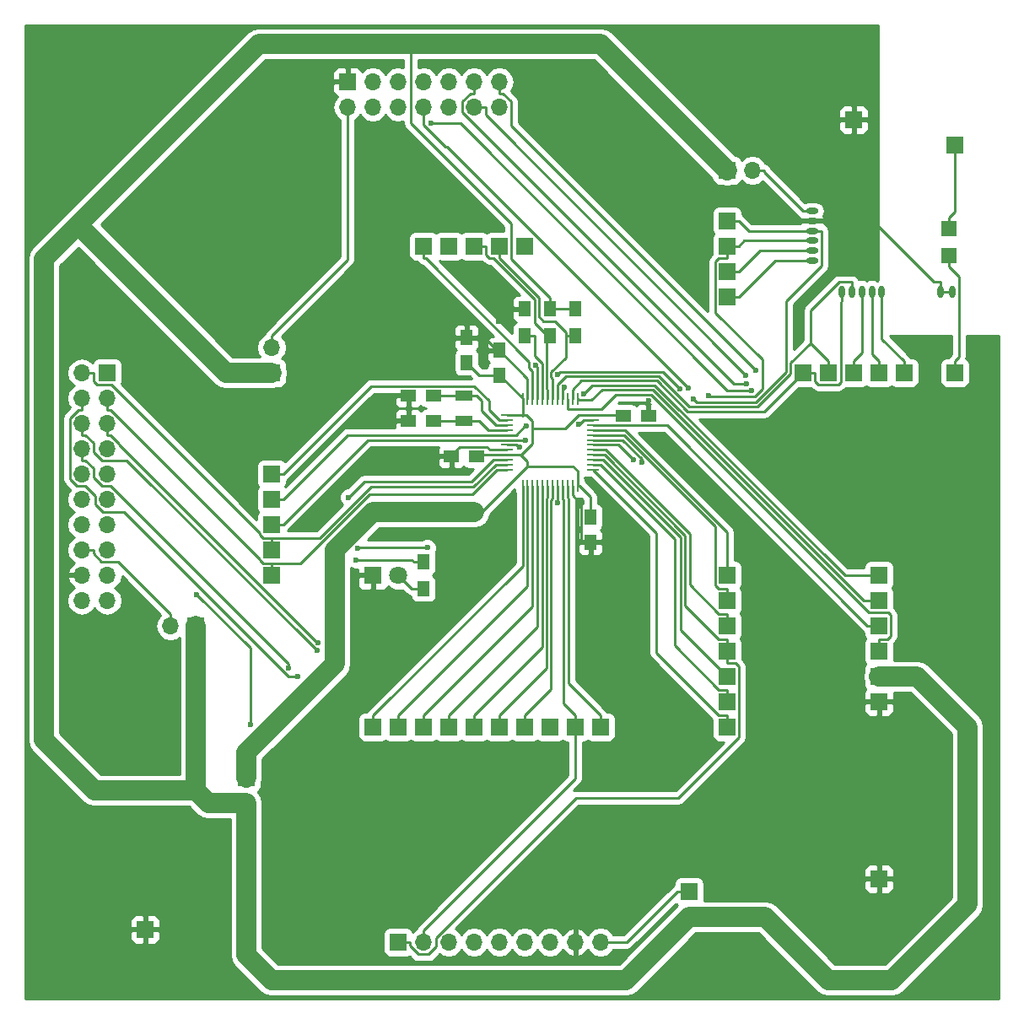
<source format=gbr>
G04 #@! TF.FileFunction,Copper,L1,Top,Signal*
%FSLAX46Y46*%
G04 Gerber Fmt 4.6, Leading zero omitted, Abs format (unit mm)*
G04 Created by KiCad (PCBNEW 4.0.6) date Sun Jun 18 22:19:01 2017*
%MOMM*%
%LPD*%
G01*
G04 APERTURE LIST*
%ADD10C,0.100000*%
%ADD11R,1.500000X1.250000*%
%ADD12R,1.250000X1.500000*%
%ADD13R,1.800000X1.800000*%
%ADD14C,1.800000*%
%ADD15R,1.700000X1.700000*%
%ADD16R,1.300000X1.500000*%
%ADD17R,1.300000X0.250000*%
%ADD18R,0.250000X1.300000*%
%ADD19O,1.250000X0.600000*%
%ADD20O,0.600000X1.250000*%
%ADD21R,1.500000X1.500000*%
%ADD22R,1.800000X1.000000*%
%ADD23O,1.700000X1.700000*%
%ADD24C,0.600000*%
%ADD25C,0.300000*%
%ADD26C,0.250000*%
%ADD27C,2.000000*%
%ADD28C,0.254000*%
G04 APERTURE END LIST*
D10*
D11*
X92436000Y-73406000D03*
X89936000Y-73406000D03*
X92436000Y-75946000D03*
X89936000Y-75946000D03*
X96754000Y-79502000D03*
X94254000Y-79502000D03*
X111526000Y-75438000D03*
X114026000Y-75438000D03*
D12*
X99060000Y-71354000D03*
X99060000Y-68854000D03*
X108204000Y-85618000D03*
X108204000Y-88118000D03*
X95758000Y-70084000D03*
X95758000Y-67584000D03*
D13*
X86360000Y-91440000D03*
D14*
X88900000Y-91440000D03*
D15*
X76200000Y-88900000D03*
X76200000Y-91440000D03*
X88900000Y-106680000D03*
X91440000Y-106680000D03*
X93980000Y-106680000D03*
X96520000Y-106680000D03*
X99060000Y-106680000D03*
X101600000Y-106680000D03*
X104140000Y-106680000D03*
X101600000Y-58420000D03*
X93980000Y-58420000D03*
X91440000Y-58420000D03*
X109220000Y-106680000D03*
X121920000Y-106680000D03*
X121920000Y-104140000D03*
X76200000Y-81280000D03*
X76200000Y-83820000D03*
X76200000Y-86360000D03*
X121920000Y-99060000D03*
X121920000Y-101600000D03*
X106680000Y-106680000D03*
X96520000Y-58420000D03*
X99060000Y-58420000D03*
X121920000Y-96520000D03*
X137160000Y-93980000D03*
X137160000Y-104140000D03*
X132080000Y-71120000D03*
X121920000Y-55880000D03*
X121920000Y-58420000D03*
X121920000Y-60960000D03*
X129540000Y-71120000D03*
X134620000Y-71120000D03*
X144780000Y-71120000D03*
D16*
X101600000Y-67390000D03*
X101600000Y-64690000D03*
X91440000Y-92790000D03*
X91440000Y-90090000D03*
X106680000Y-67390000D03*
X106680000Y-64690000D03*
X104140000Y-67390000D03*
X104140000Y-64690000D03*
D17*
X99790000Y-75355000D03*
X99790000Y-75855000D03*
X99790000Y-76355000D03*
X99790000Y-76855000D03*
X99790000Y-77355000D03*
X99790000Y-77855000D03*
X99790000Y-78355000D03*
X99790000Y-78855000D03*
X99790000Y-79355000D03*
X99790000Y-79855000D03*
X99790000Y-80355000D03*
X99790000Y-80855000D03*
D18*
X101390000Y-82455000D03*
X101890000Y-82455000D03*
X102390000Y-82455000D03*
X102890000Y-82455000D03*
X103390000Y-82455000D03*
X103890000Y-82455000D03*
X104390000Y-82455000D03*
X104890000Y-82455000D03*
X105390000Y-82455000D03*
X105890000Y-82455000D03*
X106390000Y-82455000D03*
X106890000Y-82455000D03*
D17*
X108490000Y-80855000D03*
X108490000Y-80355000D03*
X108490000Y-79855000D03*
X108490000Y-79355000D03*
X108490000Y-78855000D03*
X108490000Y-78355000D03*
X108490000Y-77855000D03*
X108490000Y-77355000D03*
X108490000Y-76855000D03*
X108490000Y-76355000D03*
X108490000Y-75855000D03*
X108490000Y-75355000D03*
D18*
X106890000Y-73755000D03*
X106390000Y-73755000D03*
X105890000Y-73755000D03*
X105390000Y-73755000D03*
X104890000Y-73755000D03*
X104390000Y-73755000D03*
X103890000Y-73755000D03*
X103390000Y-73755000D03*
X102890000Y-73755000D03*
X102390000Y-73755000D03*
X101890000Y-73755000D03*
X101390000Y-73755000D03*
D19*
X130450000Y-54870000D03*
X130450000Y-55870000D03*
X130450000Y-56870000D03*
X130450000Y-57870000D03*
X130450000Y-58870000D03*
X130450000Y-59870000D03*
D20*
X133450000Y-62970000D03*
X134450000Y-62970000D03*
X135450000Y-62970000D03*
X136450000Y-62970000D03*
X137450000Y-62970000D03*
X143350000Y-62970000D03*
X144500000Y-62970000D03*
D21*
X144145000Y-59370000D03*
X144145000Y-56620000D03*
D22*
X95504000Y-73426000D03*
X95504000Y-75926000D03*
D15*
X144780000Y-48260000D03*
X139700000Y-71120000D03*
X137160000Y-71120000D03*
X83820000Y-41910000D03*
D23*
X83820000Y-44450000D03*
X86360000Y-41910000D03*
X86360000Y-44450000D03*
X88900000Y-41910000D03*
X88900000Y-44450000D03*
X91440000Y-41910000D03*
X91440000Y-44450000D03*
X93980000Y-41910000D03*
X93980000Y-44450000D03*
X96520000Y-41910000D03*
X96520000Y-44450000D03*
X99060000Y-41910000D03*
X99060000Y-44450000D03*
D15*
X118110000Y-123190000D03*
D23*
X118110000Y-125730000D03*
D15*
X88900000Y-128270000D03*
D23*
X91440000Y-128270000D03*
X93980000Y-128270000D03*
X96520000Y-128270000D03*
X99060000Y-128270000D03*
X101600000Y-128270000D03*
X104140000Y-128270000D03*
X106680000Y-128270000D03*
X109220000Y-128270000D03*
D15*
X76200000Y-71120000D03*
D23*
X76200000Y-68580000D03*
D15*
X137160000Y-96520000D03*
X137160000Y-99060000D03*
X137160000Y-101600000D03*
X137160000Y-121920000D03*
X73660000Y-127000000D03*
X63500000Y-127000000D03*
X134620000Y-45720000D03*
X59690000Y-71120000D03*
D23*
X57150000Y-71120000D03*
X59690000Y-73660000D03*
X57150000Y-73660000D03*
X59690000Y-76200000D03*
X57150000Y-76200000D03*
X59690000Y-78740000D03*
X57150000Y-78740000D03*
X59690000Y-81280000D03*
X57150000Y-81280000D03*
X59690000Y-83820000D03*
X57150000Y-83820000D03*
X59690000Y-86360000D03*
X57150000Y-86360000D03*
X59690000Y-88900000D03*
X57150000Y-88900000D03*
X59690000Y-91440000D03*
X57150000Y-91440000D03*
X59690000Y-93980000D03*
X57150000Y-93980000D03*
D15*
X68580000Y-96520000D03*
D23*
X66040000Y-96520000D03*
D15*
X73660000Y-111760000D03*
D23*
X73660000Y-114300000D03*
D15*
X121920000Y-63500000D03*
X121920000Y-50800000D03*
D23*
X124460000Y-50800000D03*
D15*
X137160000Y-91440000D03*
X86360000Y-106680000D03*
X121920000Y-93980000D03*
X121920000Y-91440000D03*
D24*
X97536000Y-67564000D03*
X92202000Y-79502000D03*
X110744000Y-88138000D03*
X114046000Y-73914000D03*
X93472000Y-67564000D03*
X88392000Y-75946000D03*
X88392000Y-73406000D03*
X107011300Y-76274100D03*
X98988900Y-65994600D03*
X80762400Y-99011500D03*
X80882800Y-98208600D03*
X78859500Y-101640000D03*
X84854400Y-88726500D03*
X91831500Y-88674000D03*
X104889800Y-84152500D03*
X105537600Y-72574200D03*
X117202000Y-72724600D03*
X104882900Y-71299600D03*
X102685600Y-70384200D03*
X118015400Y-72651800D03*
X123816800Y-71345500D03*
X124794700Y-70848300D03*
X101731900Y-76490100D03*
X101685600Y-77855000D03*
X68702100Y-93361900D03*
X74065100Y-106458300D03*
X92221200Y-46091400D03*
X124369100Y-72885100D03*
X77913900Y-100765100D03*
X123886500Y-72224400D03*
X118549700Y-73763500D03*
X112493800Y-79819400D03*
X120013700Y-73445600D03*
X113352800Y-80065500D03*
X83919400Y-83611000D03*
X84703000Y-89877100D03*
X101129200Y-78580200D03*
X107528500Y-73223600D03*
D25*
X95504000Y-73406000D02*
X94996000Y-73426000D01*
D26*
X95504000Y-73426000D02*
X94996000Y-73426000D01*
X92456000Y-73426000D02*
X92436000Y-73406000D01*
X94996000Y-73426000D02*
X92456000Y-73426000D01*
X95524000Y-73426000D02*
X95504000Y-73426000D01*
X95504000Y-73426000D02*
X94996000Y-73426000D01*
X96794000Y-73426000D02*
X95524000Y-73426000D01*
X97282000Y-73914000D02*
X96794000Y-73426000D01*
X97282000Y-74930000D02*
X97282000Y-73914000D01*
X98707000Y-76355000D02*
X97282000Y-74930000D01*
X99790000Y-76355000D02*
X98707000Y-76355000D01*
X95524000Y-73426000D02*
X95504000Y-73426000D01*
X110724000Y-88118000D02*
X110744000Y-88138000D01*
X108204000Y-88118000D02*
X110724000Y-88118000D01*
X114026000Y-73934000D02*
X114046000Y-73914000D01*
X114026000Y-75438000D02*
X114026000Y-73934000D01*
X93492000Y-67584000D02*
X93472000Y-67564000D01*
X95758000Y-67584000D02*
X93492000Y-67584000D01*
X89936000Y-75946000D02*
X88392000Y-75946000D01*
X89936000Y-73406000D02*
X88392000Y-73406000D01*
X108204000Y-88118000D02*
X107253700Y-88118000D01*
X107253700Y-84294000D02*
X106390000Y-83430300D01*
X107253700Y-88118000D02*
X107253700Y-84294000D01*
X106390000Y-82455000D02*
X106390000Y-83430300D01*
X94254000Y-79502000D02*
X94094900Y-79502000D01*
X94094900Y-79502000D02*
X92202000Y-79502000D01*
X98131200Y-78855000D02*
X99790000Y-78855000D01*
X97827800Y-78551600D02*
X98131200Y-78855000D01*
X95045300Y-78551600D02*
X97827800Y-78551600D01*
X94094900Y-79502000D02*
X95045300Y-78551600D01*
X108490000Y-75855000D02*
X107514700Y-75855000D01*
X107095600Y-76274100D02*
X107011300Y-76274100D01*
X107514700Y-75855000D02*
X107095600Y-76274100D01*
X130450000Y-55870000D02*
X131400300Y-55870000D01*
X134177500Y-53092800D02*
X134177500Y-53512500D01*
X134620000Y-52650300D02*
X134177500Y-53092800D01*
X134620000Y-45720000D02*
X134620000Y-52650300D01*
X133757800Y-53512500D02*
X131400300Y-55870000D01*
X134177500Y-53512500D02*
X133757800Y-53512500D01*
X144500000Y-62970000D02*
X143350000Y-62970000D01*
X142684700Y-62019700D02*
X134177500Y-53512500D01*
X143350000Y-62019700D02*
X142684700Y-62019700D01*
X143350000Y-62970000D02*
X143350000Y-62019700D01*
X99060000Y-68854000D02*
X99047100Y-68854000D01*
X98826000Y-68854000D02*
X97536000Y-67564000D01*
X99047100Y-68854000D02*
X98826000Y-68854000D01*
X101890000Y-73755000D02*
X101890000Y-72779700D01*
X99320100Y-65994600D02*
X100624700Y-64690000D01*
X98988900Y-65994600D02*
X99320100Y-65994600D01*
X101600000Y-64690000D02*
X100624700Y-64690000D01*
X101890000Y-71696900D02*
X101890000Y-72779700D01*
X99047100Y-68854000D02*
X101890000Y-71696900D01*
X92456000Y-75926000D02*
X92436000Y-75946000D01*
X95504000Y-75926000D02*
X92456000Y-75926000D01*
X97937000Y-76855000D02*
X99790000Y-76855000D01*
X97008000Y-75926000D02*
X97937000Y-76855000D01*
X95504000Y-75926000D02*
X97008000Y-75926000D01*
X107017000Y-75355000D02*
X108490000Y-75355000D01*
X105664000Y-76708000D02*
X107017000Y-75355000D01*
X102362000Y-76708000D02*
X105664000Y-76708000D01*
X101390000Y-73755000D02*
X101390000Y-75355000D01*
X106890000Y-80982000D02*
X106890000Y-82455000D01*
X106426000Y-80518000D02*
X106890000Y-80982000D01*
X101854000Y-80518000D02*
X106426000Y-80518000D01*
X99790000Y-79355000D02*
X101199000Y-79355000D01*
X97282000Y-85090000D02*
X96520000Y-85090000D01*
X101854000Y-80518000D02*
X97282000Y-85090000D01*
X101854000Y-80010000D02*
X101854000Y-80518000D01*
X101199000Y-79355000D02*
X101854000Y-80010000D01*
X108204000Y-83566000D02*
X108204000Y-85618000D01*
X107093000Y-82455000D02*
X108204000Y-83566000D01*
X106890000Y-82455000D02*
X107093000Y-82455000D01*
X96901000Y-79355000D02*
X96754000Y-79502000D01*
X99790000Y-79355000D02*
X96901000Y-79355000D01*
X97028000Y-71354000D02*
X95758000Y-70084000D01*
X99060000Y-71354000D02*
X97028000Y-71354000D01*
X101390000Y-73684000D02*
X99060000Y-71354000D01*
X101390000Y-73755000D02*
X101390000Y-73684000D01*
X111443000Y-75355000D02*
X111526000Y-75438000D01*
X108490000Y-75355000D02*
X111443000Y-75355000D01*
D27*
X86360000Y-85090000D02*
X96012000Y-85090000D01*
X82550000Y-88900000D02*
X86360000Y-85090000D01*
X82550000Y-100330000D02*
X82550000Y-88900000D01*
X73660000Y-109220000D02*
X82550000Y-100330000D01*
X73660000Y-111760000D02*
X73660000Y-109220000D01*
X96012000Y-85090000D02*
X96520000Y-85090000D01*
D26*
X96520000Y-85090000D02*
X96012000Y-85090000D01*
X102362000Y-78232000D02*
X102362000Y-76708000D01*
X101239000Y-79355000D02*
X102362000Y-78232000D01*
X101199000Y-79355000D02*
X101239000Y-79355000D01*
X101771000Y-75355000D02*
X101390000Y-75355000D01*
X102362000Y-75946000D02*
X101771000Y-75355000D01*
X102362000Y-76708000D02*
X102362000Y-75946000D01*
X101390000Y-75355000D02*
X101346000Y-75355000D01*
X101346000Y-75355000D02*
X99790000Y-75355000D01*
X101346000Y-75399000D02*
X101346000Y-75355000D01*
X101390000Y-75355000D02*
X101346000Y-75399000D01*
X90250000Y-92790000D02*
X88900000Y-91440000D01*
X91440000Y-92790000D02*
X90250000Y-92790000D01*
D27*
X57150000Y-56642000D02*
X56388000Y-56642000D01*
X71628000Y-71120000D02*
X57150000Y-56642000D01*
X76200000Y-71120000D02*
X71628000Y-71120000D01*
X111760000Y-132080000D02*
X118110000Y-125730000D01*
X76200000Y-132080000D02*
X111760000Y-132080000D01*
X73660000Y-129540000D02*
X76200000Y-132080000D01*
X73660000Y-127000000D02*
X73660000Y-129540000D01*
X140970000Y-101600000D02*
X137160000Y-101600000D01*
X146050000Y-106680000D02*
X140970000Y-101600000D01*
X146050000Y-124460000D02*
X146050000Y-106680000D01*
X138430000Y-132080000D02*
X146050000Y-124460000D01*
X132080000Y-132080000D02*
X138430000Y-132080000D01*
X125730000Y-125730000D02*
X132080000Y-132080000D01*
X118110000Y-125730000D02*
X125730000Y-125730000D01*
X73660000Y-127000000D02*
X73660000Y-114300000D01*
X69850000Y-114300000D02*
X68580000Y-113030000D01*
X73660000Y-114300000D02*
X69850000Y-114300000D01*
X68580000Y-113030000D02*
X68580000Y-96520000D01*
X53340000Y-59690000D02*
X56388000Y-56642000D01*
X53340000Y-107950000D02*
X53340000Y-59690000D01*
X58420000Y-113030000D02*
X53340000Y-107950000D01*
X68580000Y-113030000D02*
X58420000Y-113030000D01*
X74930000Y-38100000D02*
X90170000Y-38100000D01*
X56388000Y-56642000D02*
X74930000Y-38100000D01*
X109220000Y-38100000D02*
X121920000Y-50800000D01*
X90170000Y-38100000D02*
X109220000Y-38100000D01*
D26*
X106680000Y-64690000D02*
X105704700Y-64690000D01*
X104140000Y-64690000D02*
X105704700Y-64690000D01*
X104140000Y-64690000D02*
X104140000Y-63614700D01*
X90170000Y-46080100D02*
X90170000Y-38100000D01*
X100235400Y-56145500D02*
X90170000Y-46080100D01*
X100235400Y-59710100D02*
X100235400Y-56145500D01*
X104140000Y-63614700D02*
X100235400Y-59710100D01*
X75392200Y-87724700D02*
X76200000Y-87724700D01*
X75024700Y-87357200D02*
X75392200Y-87724700D01*
X75024700Y-87234600D02*
X75024700Y-87357200D01*
X60085400Y-72295300D02*
X75024700Y-87234600D01*
X58692500Y-72295300D02*
X60085400Y-72295300D01*
X58325300Y-71928100D02*
X58692500Y-72295300D01*
X58325300Y-71120000D02*
X58325300Y-71928100D01*
X57150000Y-71120000D02*
X58325300Y-71120000D01*
X76200000Y-88900000D02*
X76200000Y-87724700D01*
X81013800Y-87724700D02*
X76200000Y-87724700D01*
X86175200Y-82563300D02*
X81013800Y-87724700D01*
X96469500Y-82563300D02*
X86175200Y-82563300D01*
X98677800Y-80355000D02*
X96469500Y-82563300D01*
X99790000Y-80355000D02*
X98677800Y-80355000D01*
X75371200Y-90264700D02*
X76200000Y-90264700D01*
X75024700Y-89918200D02*
X75371200Y-90264700D01*
X75024700Y-89802600D02*
X75024700Y-89918200D01*
X60057400Y-74835300D02*
X75024700Y-89802600D01*
X59690000Y-74835300D02*
X60057400Y-74835300D01*
X59690000Y-73660000D02*
X59690000Y-74835300D01*
X76200000Y-91440000D02*
X76200000Y-90264700D01*
X79110700Y-90264700D02*
X76200000Y-90264700D01*
X86037800Y-83337600D02*
X79110700Y-90264700D01*
X96332100Y-83337600D02*
X86037800Y-83337600D01*
X98814700Y-80855000D02*
X96332100Y-83337600D01*
X99790000Y-80855000D02*
X98814700Y-80855000D01*
X57150000Y-76200000D02*
X57150000Y-77375300D01*
X57517400Y-77375300D02*
X57150000Y-77375300D01*
X58325300Y-78183200D02*
X57517400Y-77375300D01*
X58325300Y-79076300D02*
X58325300Y-78183200D01*
X59164400Y-79915400D02*
X58325300Y-79076300D01*
X61666300Y-79915400D02*
X59164400Y-79915400D01*
X80762400Y-99011500D02*
X61666300Y-79915400D01*
X101390000Y-90474700D02*
X101390000Y-82455000D01*
X86360000Y-105504700D02*
X101390000Y-90474700D01*
X86360000Y-106680000D02*
X86360000Y-105504700D01*
X59690000Y-76200000D02*
X59690000Y-77375300D01*
X60036100Y-77375300D02*
X59690000Y-77375300D01*
X60865300Y-78204500D02*
X60036100Y-77375300D01*
X60865300Y-78307500D02*
X60865300Y-78204500D01*
X80766400Y-98208600D02*
X60865300Y-78307500D01*
X80882800Y-98208600D02*
X80766400Y-98208600D01*
X88900000Y-106680000D02*
X88900000Y-105504700D01*
X101890000Y-92514700D02*
X101890000Y-82455000D01*
X88900000Y-105504700D02*
X101890000Y-92514700D01*
X91440000Y-106680000D02*
X91440000Y-105504700D01*
X102390000Y-94554700D02*
X102390000Y-82455000D01*
X91440000Y-105504700D02*
X102390000Y-94554700D01*
X102890000Y-96594700D02*
X102890000Y-82455000D01*
X93980000Y-105504700D02*
X102890000Y-96594700D01*
X93980000Y-106680000D02*
X93980000Y-105504700D01*
X103390000Y-82455000D02*
X103390000Y-83430300D01*
X96520000Y-106680000D02*
X96520000Y-105504700D01*
X103363900Y-98660800D02*
X96520000Y-105504700D01*
X103363900Y-83456400D02*
X103363900Y-98660800D01*
X103390000Y-83430300D02*
X103363900Y-83456400D01*
X99060000Y-106680000D02*
X99060000Y-105504700D01*
X77897700Y-101640000D02*
X78859500Y-101640000D01*
X61347700Y-85090000D02*
X77897700Y-101640000D01*
X59259000Y-85090000D02*
X61347700Y-85090000D01*
X58514600Y-84345600D02*
X59259000Y-85090000D01*
X58514600Y-83520400D02*
X58514600Y-84345600D01*
X57449600Y-82455400D02*
X58514600Y-83520400D01*
X56650600Y-82455400D02*
X57449600Y-82455400D01*
X55956000Y-81760800D02*
X56650600Y-82455400D01*
X55956000Y-75662000D02*
X55956000Y-81760800D01*
X56782700Y-74835300D02*
X55956000Y-75662000D01*
X57150000Y-74835300D02*
X56782700Y-74835300D01*
X57150000Y-73660000D02*
X57150000Y-74835300D01*
X103814200Y-100750500D02*
X99060000Y-105504700D01*
X103814200Y-83706900D02*
X103814200Y-100750500D01*
X103890000Y-83631100D02*
X103814200Y-83706900D01*
X103890000Y-82455000D02*
X103890000Y-83631100D01*
X101600000Y-106680000D02*
X101600000Y-105504700D01*
X104264500Y-102840200D02*
X101600000Y-105504700D01*
X104264500Y-83893500D02*
X104264500Y-102840200D01*
X104390000Y-83768000D02*
X104264500Y-83893500D01*
X104390000Y-82455000D02*
X104390000Y-83768000D01*
X84906900Y-88674000D02*
X84854400Y-88726500D01*
X91831500Y-88674000D02*
X84906900Y-88674000D01*
X104890000Y-84152300D02*
X104890000Y-82455000D01*
X104889800Y-84152500D02*
X104890000Y-84152300D01*
X105390000Y-73755000D02*
X105390000Y-72779700D01*
X105537600Y-72632100D02*
X105537600Y-72574200D01*
X105390000Y-72779700D02*
X105537600Y-72632100D01*
X105159300Y-71023200D02*
X104882900Y-71299600D01*
X115500600Y-71023200D02*
X105159300Y-71023200D01*
X117202000Y-72724600D02*
X115500600Y-71023200D01*
X102890000Y-70588600D02*
X102890000Y-73755000D01*
X102685600Y-70384200D02*
X102890000Y-70588600D01*
X91440000Y-58420000D02*
X91440000Y-59595300D01*
X102390000Y-70972900D02*
X102390000Y-73755000D01*
X102060300Y-70643200D02*
X102390000Y-70972900D01*
X102060300Y-69999500D02*
X102060300Y-70643200D01*
X91656100Y-59595300D02*
X102060300Y-69999500D01*
X91440000Y-59595300D02*
X91656100Y-59595300D01*
X109220000Y-106680000D02*
X109220000Y-105504700D01*
X91440000Y-44450000D02*
X91440000Y-45625300D01*
X105890000Y-83631400D02*
X105890000Y-82455000D01*
X105965600Y-83707000D02*
X105890000Y-83631400D01*
X105965600Y-102250300D02*
X105965600Y-83707000D01*
X109220000Y-105504700D02*
X105965600Y-102250300D01*
X93796800Y-48433200D02*
X118015400Y-72651800D01*
X93678700Y-48433200D02*
X93796800Y-48433200D01*
X91440000Y-46194500D02*
X93678700Y-48433200D01*
X91440000Y-45625300D02*
X91440000Y-46194500D01*
X121920000Y-106680000D02*
X121920000Y-105504700D01*
X121112000Y-105504700D02*
X121920000Y-105504700D01*
X114825200Y-99217900D02*
X121112000Y-105504700D01*
X114825200Y-87190200D02*
X114825200Y-99217900D01*
X108490000Y-80855000D02*
X114825200Y-87190200D01*
X97695300Y-45224000D02*
X123816800Y-71345500D01*
X97695300Y-44450000D02*
X97695300Y-45224000D01*
X96520000Y-44450000D02*
X97695300Y-44450000D01*
X109236700Y-80355000D02*
X108490000Y-80355000D01*
X116652300Y-87770600D02*
X109236700Y-80355000D01*
X116652300Y-98505000D02*
X116652300Y-87770600D01*
X121112000Y-102964700D02*
X116652300Y-98505000D01*
X121920000Y-102964700D02*
X121112000Y-102964700D01*
X121920000Y-104140000D02*
X121920000Y-102964700D01*
X100235300Y-46288900D02*
X124794700Y-70848300D01*
X100235300Y-43893200D02*
X100235300Y-46288900D01*
X99427400Y-43085300D02*
X100235300Y-43893200D01*
X99060000Y-43085300D02*
X99427400Y-43085300D01*
X99060000Y-41910000D02*
X99060000Y-43085300D01*
X86209900Y-72445400D02*
X77375300Y-81280000D01*
X96559500Y-72445400D02*
X86209900Y-72445400D01*
X98012700Y-73898600D02*
X96559500Y-72445400D01*
X98012700Y-74821500D02*
X98012700Y-73898600D01*
X99046200Y-75855000D02*
X98012700Y-74821500D01*
X99790000Y-75855000D02*
X99046200Y-75855000D01*
X76200000Y-81280000D02*
X77375300Y-81280000D01*
X76200000Y-83820000D02*
X77375300Y-83820000D01*
X83840300Y-77355000D02*
X77375300Y-83820000D01*
X99790000Y-77355000D02*
X83840300Y-77355000D01*
X99790000Y-77355000D02*
X100765300Y-77355000D01*
X101630200Y-76490100D02*
X101731900Y-76490100D01*
X100765300Y-77355000D02*
X101630200Y-76490100D01*
X125185300Y-58870000D02*
X123095300Y-60960000D01*
X130450000Y-58870000D02*
X125185300Y-58870000D01*
X121920000Y-60960000D02*
X123095300Y-60960000D01*
X85880300Y-77855000D02*
X77375300Y-86360000D01*
X99790000Y-77855000D02*
X85880300Y-77855000D01*
X76200000Y-86360000D02*
X77375300Y-86360000D01*
X99790000Y-77855000D02*
X100765300Y-77855000D01*
X100765300Y-77855000D02*
X101685600Y-77855000D01*
X126725300Y-59870000D02*
X123095300Y-63500000D01*
X130450000Y-59870000D02*
X126725300Y-59870000D01*
X121920000Y-63500000D02*
X123095300Y-63500000D01*
X121920000Y-99060000D02*
X121920000Y-97884700D01*
X122728100Y-100235300D02*
X121920000Y-100235300D01*
X123095300Y-100602500D02*
X122728100Y-100235300D01*
X123095300Y-107733500D02*
X123095300Y-100602500D01*
X117038600Y-113790200D02*
X123095300Y-107733500D01*
X106730400Y-113790200D02*
X117038600Y-113790200D01*
X92710000Y-127810600D02*
X106730400Y-113790200D01*
X92710000Y-128731200D02*
X92710000Y-127810600D01*
X91963100Y-129478100D02*
X92710000Y-128731200D01*
X90916100Y-129478100D02*
X91963100Y-129478100D01*
X90075300Y-128637300D02*
X90916100Y-129478100D01*
X90075300Y-128270000D02*
X90075300Y-128637300D01*
X88900000Y-128270000D02*
X90075300Y-128270000D01*
X121920000Y-99060000D02*
X121920000Y-100235300D01*
X74065100Y-98724900D02*
X74065100Y-106458300D01*
X68702100Y-93361900D02*
X74065100Y-98724900D01*
X121111900Y-97884700D02*
X121920000Y-97884700D01*
X117711900Y-94484700D02*
X121111900Y-97884700D01*
X117711900Y-87443100D02*
X117711900Y-94484700D01*
X109623800Y-79355000D02*
X117711900Y-87443100D01*
X108490000Y-79355000D02*
X109623800Y-79355000D01*
X108490000Y-79855000D02*
X109465300Y-79855000D01*
X117261600Y-96941600D02*
X121920000Y-101600000D01*
X117261600Y-87651300D02*
X117261600Y-96941600D01*
X109465300Y-79855000D02*
X117261600Y-87651300D01*
X121944800Y-72885100D02*
X124369100Y-72885100D01*
X95151100Y-46091400D02*
X121944800Y-72885100D01*
X92221200Y-46091400D02*
X95151100Y-46091400D01*
X106680000Y-111854700D02*
X106680000Y-106680000D01*
X91440000Y-127094700D02*
X106680000Y-111854700D01*
X91440000Y-128270000D02*
X91440000Y-127094700D01*
X105390000Y-82455000D02*
X105390000Y-83430300D01*
X106680000Y-106680000D02*
X106680000Y-105504700D01*
X57150000Y-78740000D02*
X57150000Y-79915300D01*
X77913900Y-100358300D02*
X77913900Y-100765100D01*
X60011000Y-82455400D02*
X77913900Y-100358300D01*
X59200600Y-82455400D02*
X60011000Y-82455400D01*
X58325300Y-81580100D02*
X59200600Y-82455400D01*
X58325300Y-80723200D02*
X58325300Y-81580100D01*
X57517400Y-79915300D02*
X58325300Y-80723200D01*
X57150000Y-79915300D02*
X57517400Y-79915300D01*
X105390000Y-83768300D02*
X105390000Y-83430300D01*
X105515100Y-83893400D02*
X105390000Y-83768300D01*
X105515100Y-104339800D02*
X105515100Y-83893400D01*
X106680000Y-105504700D02*
X105515100Y-104339800D01*
X104140000Y-67390000D02*
X103867400Y-67390000D01*
X103890000Y-73755000D02*
X103890000Y-72779700D01*
X102575400Y-66098000D02*
X103867400Y-67390000D01*
X102575400Y-63747600D02*
X102575400Y-66098000D01*
X98423100Y-59595300D02*
X102575400Y-63747600D01*
X98059100Y-59595300D02*
X98423100Y-59595300D01*
X97695300Y-59231500D02*
X98059100Y-59595300D01*
X97695300Y-58420000D02*
X97695300Y-59231500D01*
X96520000Y-58420000D02*
X97695300Y-58420000D01*
X103807300Y-72697000D02*
X103890000Y-72779700D01*
X103807300Y-67450100D02*
X103807300Y-72697000D01*
X103867400Y-67390000D02*
X103807300Y-67450100D01*
X99060000Y-58420000D02*
X99060000Y-59595300D01*
X106680000Y-67390000D02*
X105704700Y-67390000D01*
X104390000Y-73755000D02*
X104390000Y-72779700D01*
X103025700Y-63561000D02*
X99060000Y-59595300D01*
X103025700Y-65454000D02*
X103025700Y-63561000D01*
X103502400Y-65930700D02*
X103025700Y-65454000D01*
X104611100Y-65930700D02*
X103502400Y-65930700D01*
X105704700Y-67024300D02*
X104611100Y-65930700D01*
X105704700Y-67390000D02*
X105704700Y-67024300D01*
X104390000Y-71691000D02*
X104390000Y-72779700D01*
X104257600Y-71558600D02*
X104390000Y-71691000D01*
X104257600Y-71040600D02*
X104257600Y-71558600D01*
X105704700Y-69593500D02*
X104257600Y-71040600D01*
X105704700Y-67390000D02*
X105704700Y-69593500D01*
X108490000Y-78855000D02*
X109465300Y-78855000D01*
X121920000Y-96520000D02*
X121920000Y-95344700D01*
X121112000Y-95344700D02*
X121920000Y-95344700D01*
X118162200Y-92394900D02*
X121112000Y-95344700D01*
X118162200Y-87256500D02*
X118162200Y-92394900D01*
X109760700Y-78855000D02*
X118162200Y-87256500D01*
X109465300Y-78855000D02*
X109760700Y-78855000D01*
X122571300Y-72224400D02*
X123886500Y-72224400D01*
X95343100Y-44996200D02*
X122571300Y-72224400D01*
X95343100Y-43894900D02*
X95343100Y-44996200D01*
X96152700Y-43085300D02*
X95343100Y-43894900D01*
X96520000Y-43085300D02*
X96152700Y-43085300D01*
X96520000Y-41910000D02*
X96520000Y-43085300D01*
X105890000Y-73755000D02*
X105890000Y-74730300D01*
X137160000Y-99060000D02*
X137160000Y-97884700D01*
X137968100Y-97884700D02*
X137160000Y-97884700D01*
X138335300Y-97517500D02*
X137968100Y-97884700D01*
X138335300Y-95425300D02*
X138335300Y-97517500D01*
X138065400Y-95155400D02*
X138335300Y-95425300D01*
X136175200Y-95155400D02*
X138065400Y-95155400D01*
X114305200Y-73285400D02*
X136175200Y-95155400D01*
X110761700Y-73285400D02*
X114305200Y-73285400D01*
X109316800Y-74730300D02*
X110761700Y-73285400D01*
X105890000Y-74730300D02*
X109316800Y-74730300D01*
X132080000Y-71120000D02*
X132080000Y-69944700D01*
X130282800Y-64882700D02*
X130282800Y-68147500D01*
X133145800Y-62019700D02*
X130282800Y-64882700D01*
X134450000Y-62019700D02*
X133145800Y-62019700D01*
X132080000Y-69944700D02*
X130282800Y-68147500D01*
X134450000Y-62970000D02*
X134450000Y-62019700D01*
X128297100Y-70133200D02*
X130282800Y-68147500D01*
X128297100Y-71214600D02*
X128297100Y-70133200D01*
X124981400Y-74530300D02*
X128297100Y-71214600D01*
X118121800Y-74530300D02*
X124981400Y-74530300D01*
X115065100Y-71473600D02*
X118121800Y-74530300D01*
X105738400Y-71473600D02*
X115065100Y-71473600D01*
X104890000Y-72322000D02*
X105738400Y-71473600D01*
X104890000Y-73755000D02*
X104890000Y-72322000D01*
X121920000Y-55880000D02*
X123095300Y-55880000D01*
X124085300Y-56870000D02*
X130450000Y-56870000D01*
X123095300Y-55880000D02*
X124085300Y-56870000D01*
X111029400Y-78355000D02*
X108490000Y-78355000D01*
X112493800Y-79819400D02*
X111029400Y-78355000D01*
X130450000Y-56870000D02*
X131400300Y-56870000D01*
X131400300Y-60396800D02*
X131400300Y-56870000D01*
X127846700Y-63950400D02*
X131400300Y-60396800D01*
X127846700Y-71028000D02*
X127846700Y-63950400D01*
X124794800Y-74079900D02*
X127846700Y-71028000D01*
X118866100Y-74079900D02*
X124794800Y-74079900D01*
X118549700Y-73763500D02*
X118866100Y-74079900D01*
X121920000Y-58420000D02*
X121920000Y-59595300D01*
X123645300Y-57870000D02*
X123095300Y-58420000D01*
X130450000Y-57870000D02*
X123645300Y-57870000D01*
X121920000Y-58420000D02*
X123095300Y-58420000D01*
X113352800Y-79794000D02*
X113352800Y-80065500D01*
X111413800Y-77855000D02*
X113352800Y-79794000D01*
X108490000Y-77855000D02*
X111413800Y-77855000D01*
X121112000Y-59595300D02*
X121920000Y-59595300D01*
X120744600Y-59962700D02*
X121112000Y-59595300D01*
X120744600Y-65073600D02*
X120744600Y-59962700D01*
X125434400Y-69763400D02*
X120744600Y-65073600D01*
X125434400Y-72769700D02*
X125434400Y-69763400D01*
X124679200Y-73524900D02*
X125434400Y-72769700D01*
X120093000Y-73524900D02*
X124679200Y-73524900D01*
X120013700Y-73445600D02*
X120093000Y-73524900D01*
X106390000Y-73755000D02*
X106390000Y-72779700D01*
X130715300Y-71928100D02*
X130715300Y-71120000D01*
X131082500Y-72295300D02*
X130715300Y-71928100D01*
X133068500Y-72295300D02*
X131082500Y-72295300D01*
X133345300Y-72018500D02*
X133068500Y-72295300D01*
X133345300Y-64025000D02*
X133345300Y-72018500D01*
X133450000Y-63920300D02*
X133345300Y-64025000D01*
X133450000Y-62970000D02*
X133450000Y-63920300D01*
X129540000Y-71120000D02*
X130715300Y-71120000D01*
X125667500Y-74992500D02*
X129540000Y-71120000D01*
X117942300Y-74992500D02*
X125667500Y-74992500D01*
X114873700Y-71923900D02*
X117942300Y-74992500D01*
X107245800Y-71923900D02*
X114873700Y-71923900D01*
X106390000Y-72779700D02*
X107245800Y-71923900D01*
X135450000Y-69114700D02*
X134620000Y-69944700D01*
X135450000Y-62970000D02*
X135450000Y-69114700D01*
X134620000Y-71120000D02*
X134620000Y-69944700D01*
X145172900Y-69551800D02*
X144780000Y-69944700D01*
X145172900Y-61473200D02*
X145172900Y-69551800D01*
X144145000Y-60445300D02*
X145172900Y-61473200D01*
X144145000Y-59370000D02*
X144145000Y-60445300D01*
X144780000Y-71120000D02*
X144780000Y-69944700D01*
X101600000Y-67390000D02*
X102575300Y-67390000D01*
X102575300Y-69389500D02*
X102575300Y-67390000D01*
X103357000Y-70171200D02*
X102575300Y-69389500D01*
X103357000Y-73722000D02*
X103357000Y-70171200D01*
X103390000Y-73755000D02*
X103357000Y-73722000D01*
X90251800Y-89877100D02*
X90464700Y-90090000D01*
X84703000Y-89877100D02*
X90251800Y-89877100D01*
X91440000Y-90090000D02*
X90464700Y-90090000D01*
X85477100Y-82053300D02*
X83919400Y-83611000D01*
X85477100Y-82053200D02*
X85477100Y-82053300D01*
X96259000Y-82053200D02*
X85477100Y-82053200D01*
X98457200Y-79855000D02*
X96259000Y-82053200D01*
X99790000Y-79855000D02*
X98457200Y-79855000D01*
X83820000Y-59784700D02*
X83820000Y-44450000D01*
X76200000Y-67404700D02*
X83820000Y-59784700D01*
X76200000Y-68580000D02*
X76200000Y-67404700D01*
X111854700Y-128270000D02*
X116934700Y-123190000D01*
X109220000Y-128270000D02*
X111854700Y-128270000D01*
X118110000Y-123190000D02*
X116934700Y-123190000D01*
X135636700Y-93980000D02*
X137160000Y-93980000D01*
X114481300Y-72824600D02*
X135636700Y-93980000D01*
X109349700Y-72824600D02*
X114481300Y-72824600D01*
X108325200Y-73849100D02*
X109349700Y-72824600D01*
X106984100Y-73849100D02*
X108325200Y-73849100D01*
X106890000Y-73755000D02*
X106984100Y-73849100D01*
X137160000Y-96520000D02*
X135984700Y-96520000D01*
X108490000Y-76355000D02*
X109465300Y-76355000D01*
X109511200Y-76400900D02*
X109465300Y-76355000D01*
X115865600Y-76400900D02*
X109511200Y-76400900D01*
X135984700Y-96520000D02*
X115865600Y-76400900D01*
X60770600Y-90075300D02*
X66040000Y-95344700D01*
X59133200Y-90075300D02*
X60770600Y-90075300D01*
X58325300Y-89267400D02*
X59133200Y-90075300D01*
X58325300Y-88900000D02*
X58325300Y-89267400D01*
X57150000Y-88900000D02*
X58325300Y-88900000D01*
X66040000Y-96520000D02*
X66040000Y-95344700D01*
X125635300Y-51005600D02*
X129499700Y-54870000D01*
X125635300Y-50800000D02*
X125635300Y-51005600D01*
X130450000Y-54870000D02*
X129499700Y-54870000D01*
X124460000Y-50800000D02*
X125635300Y-50800000D01*
X144780000Y-54909700D02*
X144780000Y-48260000D01*
X144145000Y-55544700D02*
X144780000Y-54909700D01*
X144145000Y-56620000D02*
X144145000Y-55544700D01*
X137450000Y-67694700D02*
X139700000Y-69944700D01*
X137450000Y-62970000D02*
X137450000Y-67694700D01*
X139700000Y-71120000D02*
X139700000Y-69944700D01*
X136450000Y-69234700D02*
X137160000Y-69944700D01*
X136450000Y-62970000D02*
X136450000Y-69234700D01*
X137160000Y-71120000D02*
X137160000Y-69944700D01*
X99790000Y-78355000D02*
X100765300Y-78355000D01*
X100990500Y-78580200D02*
X101129200Y-78580200D01*
X100765300Y-78355000D02*
X100990500Y-78580200D01*
X108377900Y-72374200D02*
X107528500Y-73223600D01*
X114678600Y-72374200D02*
X108377900Y-72374200D01*
X133744400Y-91440000D02*
X114678600Y-72374200D01*
X137160000Y-91440000D02*
X133744400Y-91440000D01*
X121920000Y-93980000D02*
X121920000Y-92804700D01*
X111550700Y-77355000D02*
X108490000Y-77355000D01*
X120744700Y-86549000D02*
X111550700Y-77355000D01*
X120744700Y-92437500D02*
X120744700Y-86549000D01*
X121111900Y-92804700D02*
X120744700Y-92437500D01*
X121920000Y-92804700D02*
X121111900Y-92804700D01*
X108490000Y-76855000D02*
X109465300Y-76855000D01*
X111687600Y-76855000D02*
X109465300Y-76855000D01*
X121920000Y-87087400D02*
X111687600Y-76855000D01*
X121920000Y-91440000D02*
X121920000Y-87087400D01*
D28*
G36*
X137033000Y-61796038D02*
X136950000Y-61851497D01*
X136807809Y-61756488D01*
X136450000Y-61685315D01*
X136092191Y-61756488D01*
X135950000Y-61851497D01*
X135807809Y-61756488D01*
X135450000Y-61685315D01*
X135155152Y-61743964D01*
X135152148Y-61728861D01*
X134987401Y-61482299D01*
X134740839Y-61317552D01*
X134450000Y-61259700D01*
X133145800Y-61259700D01*
X132903214Y-61307954D01*
X132854960Y-61317552D01*
X132608399Y-61482299D01*
X129745399Y-64345299D01*
X129580652Y-64591861D01*
X129522800Y-64882700D01*
X129522800Y-67832698D01*
X128606700Y-68748798D01*
X128606700Y-64265202D01*
X131937701Y-60934201D01*
X132102448Y-60687640D01*
X132160300Y-60396800D01*
X132160300Y-56870000D01*
X132102448Y-56579161D01*
X131937701Y-56332599D01*
X131691139Y-56167852D01*
X131659872Y-56161632D01*
X131670063Y-56140347D01*
X131540790Y-55997000D01*
X131111378Y-55997000D01*
X130799685Y-55935000D01*
X130100315Y-55935000D01*
X129788622Y-55997000D01*
X129359210Y-55997000D01*
X129257304Y-56110000D01*
X124400102Y-56110000D01*
X123632701Y-55342599D01*
X123417440Y-55198767D01*
X123417440Y-55030000D01*
X123373162Y-54794683D01*
X123234090Y-54578559D01*
X123021890Y-54433569D01*
X122770000Y-54382560D01*
X121070000Y-54382560D01*
X120834683Y-54426838D01*
X120618559Y-54565910D01*
X120473569Y-54778110D01*
X120422560Y-55030000D01*
X120422560Y-56730000D01*
X120466838Y-56965317D01*
X120587015Y-57152077D01*
X120473569Y-57318110D01*
X120422560Y-57570000D01*
X120422560Y-59209938D01*
X120207199Y-59425299D01*
X120042452Y-59671861D01*
X119984600Y-59962700D01*
X119984600Y-64963398D01*
X100995300Y-45974098D01*
X100995300Y-43893200D01*
X100937448Y-43602361D01*
X100772701Y-43355799D01*
X100228613Y-42811711D01*
X100431961Y-42507378D01*
X100545000Y-41939093D01*
X100545000Y-41880907D01*
X100431961Y-41312622D01*
X100110054Y-40830853D01*
X99628285Y-40508946D01*
X99060000Y-40395907D01*
X98491715Y-40508946D01*
X98009946Y-40830853D01*
X97790000Y-41160026D01*
X97570054Y-40830853D01*
X97088285Y-40508946D01*
X96520000Y-40395907D01*
X95951715Y-40508946D01*
X95469946Y-40830853D01*
X95250000Y-41160026D01*
X95030054Y-40830853D01*
X94548285Y-40508946D01*
X93980000Y-40395907D01*
X93411715Y-40508946D01*
X92929946Y-40830853D01*
X92710000Y-41160026D01*
X92490054Y-40830853D01*
X92008285Y-40508946D01*
X91440000Y-40395907D01*
X90930000Y-40497352D01*
X90930000Y-39735000D01*
X108542760Y-39735000D01*
X120422560Y-51614799D01*
X120422560Y-51650000D01*
X120466838Y-51885317D01*
X120605910Y-52101441D01*
X120818110Y-52246431D01*
X121070000Y-52297440D01*
X121274702Y-52297440D01*
X121294312Y-52310543D01*
X121920000Y-52435000D01*
X122545688Y-52310543D01*
X122565298Y-52297440D01*
X122770000Y-52297440D01*
X123005317Y-52253162D01*
X123221441Y-52114090D01*
X123366431Y-51901890D01*
X123380086Y-51834459D01*
X123409946Y-51879147D01*
X123891715Y-52201054D01*
X124460000Y-52314093D01*
X125028285Y-52201054D01*
X125464490Y-51909592D01*
X128962299Y-55407401D01*
X129208861Y-55572148D01*
X129240128Y-55578368D01*
X129229937Y-55599653D01*
X129359210Y-55743000D01*
X129788622Y-55743000D01*
X130100315Y-55805000D01*
X130799685Y-55805000D01*
X131111378Y-55743000D01*
X131540790Y-55743000D01*
X131670063Y-55599653D01*
X131563612Y-55377321D01*
X131663512Y-55227809D01*
X131734685Y-54870000D01*
X131663512Y-54512191D01*
X131460830Y-54208855D01*
X131157494Y-54006173D01*
X130799685Y-53935000D01*
X130100315Y-53935000D01*
X129742506Y-54006173D01*
X129723425Y-54018923D01*
X126368185Y-50663683D01*
X126337448Y-50509161D01*
X126172701Y-50262599D01*
X125926139Y-50097852D01*
X125736790Y-50060188D01*
X125510054Y-49720853D01*
X125028285Y-49398946D01*
X124460000Y-49285907D01*
X123891715Y-49398946D01*
X123409946Y-49720853D01*
X123382150Y-49762452D01*
X123373162Y-49714683D01*
X123234090Y-49498559D01*
X123021890Y-49353569D01*
X122770000Y-49302560D01*
X122734799Y-49302560D01*
X119437990Y-46005750D01*
X133135000Y-46005750D01*
X133135000Y-46696310D01*
X133231673Y-46929699D01*
X133410302Y-47108327D01*
X133643691Y-47205000D01*
X134334250Y-47205000D01*
X134493000Y-47046250D01*
X134493000Y-45847000D01*
X134747000Y-45847000D01*
X134747000Y-47046250D01*
X134905750Y-47205000D01*
X135596309Y-47205000D01*
X135829698Y-47108327D01*
X136008327Y-46929699D01*
X136105000Y-46696310D01*
X136105000Y-46005750D01*
X135946250Y-45847000D01*
X134747000Y-45847000D01*
X134493000Y-45847000D01*
X133293750Y-45847000D01*
X133135000Y-46005750D01*
X119437990Y-46005750D01*
X118175930Y-44743690D01*
X133135000Y-44743690D01*
X133135000Y-45434250D01*
X133293750Y-45593000D01*
X134493000Y-45593000D01*
X134493000Y-44393750D01*
X134747000Y-44393750D01*
X134747000Y-45593000D01*
X135946250Y-45593000D01*
X136105000Y-45434250D01*
X136105000Y-44743690D01*
X136008327Y-44510301D01*
X135829698Y-44331673D01*
X135596309Y-44235000D01*
X134905750Y-44235000D01*
X134747000Y-44393750D01*
X134493000Y-44393750D01*
X134334250Y-44235000D01*
X133643691Y-44235000D01*
X133410302Y-44331673D01*
X133231673Y-44510301D01*
X133135000Y-44743690D01*
X118175930Y-44743690D01*
X110376120Y-36943880D01*
X109845688Y-36589457D01*
X109220000Y-36464999D01*
X109219995Y-36465000D01*
X74930005Y-36465000D01*
X74930000Y-36464999D01*
X74304312Y-36589457D01*
X74039096Y-36766669D01*
X73773880Y-36943880D01*
X73773878Y-36943883D01*
X55231880Y-55485880D01*
X52183880Y-58533880D01*
X51829457Y-59064312D01*
X51704999Y-59690000D01*
X51705000Y-59690005D01*
X51705000Y-107949995D01*
X51704999Y-107950000D01*
X51829457Y-108575688D01*
X52183880Y-109106120D01*
X57263880Y-114186120D01*
X57794312Y-114540543D01*
X58420000Y-114665001D01*
X58420005Y-114665000D01*
X67902760Y-114665000D01*
X68693878Y-115456117D01*
X68693880Y-115456120D01*
X69011851Y-115668581D01*
X69224312Y-115810543D01*
X69850000Y-115935000D01*
X72025000Y-115935000D01*
X72025000Y-129539995D01*
X72024999Y-129540000D01*
X72149457Y-130165688D01*
X72503880Y-130696120D01*
X75043878Y-133236117D01*
X75043880Y-133236120D01*
X75574313Y-133590543D01*
X76200000Y-133715000D01*
X111759995Y-133715000D01*
X111760000Y-133715001D01*
X112385688Y-133590543D01*
X112916120Y-133236120D01*
X118787240Y-127365000D01*
X125052760Y-127365000D01*
X130923880Y-133236120D01*
X131454312Y-133590543D01*
X132080000Y-133715000D01*
X138429995Y-133715000D01*
X138430000Y-133715001D01*
X139055688Y-133590543D01*
X139586120Y-133236120D01*
X147206117Y-125616122D01*
X147206120Y-125616120D01*
X147560543Y-125085687D01*
X147685000Y-124460000D01*
X147685000Y-106680005D01*
X147685001Y-106680000D01*
X147560543Y-106054312D01*
X147206120Y-105523880D01*
X142126120Y-100443880D01*
X141595688Y-100089457D01*
X140970000Y-99964999D01*
X140969995Y-99965000D01*
X138646302Y-99965000D01*
X138657440Y-99910000D01*
X138657440Y-98270162D01*
X138872701Y-98054901D01*
X139037448Y-97808340D01*
X139095300Y-97517500D01*
X139095300Y-95425300D01*
X139073300Y-95314700D01*
X139037448Y-95134460D01*
X138872701Y-94887899D01*
X138657440Y-94672638D01*
X138657440Y-93130000D01*
X138613162Y-92894683D01*
X138492985Y-92707923D01*
X138606431Y-92541890D01*
X138657440Y-92290000D01*
X138657440Y-90590000D01*
X138613162Y-90354683D01*
X138474090Y-90138559D01*
X138261890Y-89993569D01*
X138010000Y-89942560D01*
X136310000Y-89942560D01*
X136074683Y-89986838D01*
X135858559Y-90125910D01*
X135713569Y-90338110D01*
X135662560Y-90590000D01*
X135662560Y-90680000D01*
X134059202Y-90680000D01*
X119131702Y-75752500D01*
X125667500Y-75752500D01*
X125958339Y-75694648D01*
X126204901Y-75529901D01*
X129117362Y-72617440D01*
X130329838Y-72617440D01*
X130545099Y-72832701D01*
X130791660Y-72997448D01*
X131082500Y-73055300D01*
X133068500Y-73055300D01*
X133359339Y-72997448D01*
X133605901Y-72832701D01*
X133821162Y-72617440D01*
X135470000Y-72617440D01*
X135705317Y-72573162D01*
X135892077Y-72452985D01*
X136058110Y-72566431D01*
X136310000Y-72617440D01*
X138010000Y-72617440D01*
X138245317Y-72573162D01*
X138432077Y-72452985D01*
X138598110Y-72566431D01*
X138850000Y-72617440D01*
X140550000Y-72617440D01*
X140785317Y-72573162D01*
X141001441Y-72434090D01*
X141146431Y-72221890D01*
X141197440Y-71970000D01*
X141197440Y-70270000D01*
X141153162Y-70034683D01*
X141014090Y-69818559D01*
X140801890Y-69673569D01*
X140550000Y-69622560D01*
X140381233Y-69622560D01*
X140237401Y-69407299D01*
X138267102Y-67437000D01*
X144412900Y-67437000D01*
X144412900Y-69236998D01*
X144242599Y-69407299D01*
X144098767Y-69622560D01*
X143930000Y-69622560D01*
X143694683Y-69666838D01*
X143478559Y-69805910D01*
X143333569Y-70018110D01*
X143282560Y-70270000D01*
X143282560Y-71970000D01*
X143326838Y-72205317D01*
X143465910Y-72421441D01*
X143678110Y-72566431D01*
X143930000Y-72617440D01*
X145630000Y-72617440D01*
X145865317Y-72573162D01*
X146081441Y-72434090D01*
X146226431Y-72221890D01*
X146277440Y-71970000D01*
X146277440Y-70270000D01*
X146233162Y-70034683D01*
X146094090Y-69818559D01*
X145905473Y-69689683D01*
X145932900Y-69551800D01*
X145932900Y-67437000D01*
X149150000Y-67437000D01*
X149150000Y-133910000D01*
X51510000Y-133910000D01*
X51510000Y-127285750D01*
X62015000Y-127285750D01*
X62015000Y-127976310D01*
X62111673Y-128209699D01*
X62290302Y-128388327D01*
X62523691Y-128485000D01*
X63214250Y-128485000D01*
X63373000Y-128326250D01*
X63373000Y-127127000D01*
X63627000Y-127127000D01*
X63627000Y-128326250D01*
X63785750Y-128485000D01*
X64476309Y-128485000D01*
X64709698Y-128388327D01*
X64888327Y-128209699D01*
X64985000Y-127976310D01*
X64985000Y-127285750D01*
X64826250Y-127127000D01*
X63627000Y-127127000D01*
X63373000Y-127127000D01*
X62173750Y-127127000D01*
X62015000Y-127285750D01*
X51510000Y-127285750D01*
X51510000Y-126023690D01*
X62015000Y-126023690D01*
X62015000Y-126714250D01*
X62173750Y-126873000D01*
X63373000Y-126873000D01*
X63373000Y-125673750D01*
X63627000Y-125673750D01*
X63627000Y-126873000D01*
X64826250Y-126873000D01*
X64985000Y-126714250D01*
X64985000Y-126023690D01*
X64888327Y-125790301D01*
X64709698Y-125611673D01*
X64476309Y-125515000D01*
X63785750Y-125515000D01*
X63627000Y-125673750D01*
X63373000Y-125673750D01*
X63214250Y-125515000D01*
X62523691Y-125515000D01*
X62290302Y-125611673D01*
X62111673Y-125790301D01*
X62015000Y-126023690D01*
X51510000Y-126023690D01*
X51510000Y-36270000D01*
X137033000Y-36270000D01*
X137033000Y-61796038D01*
X137033000Y-61796038D01*
G37*
X137033000Y-61796038D02*
X136950000Y-61851497D01*
X136807809Y-61756488D01*
X136450000Y-61685315D01*
X136092191Y-61756488D01*
X135950000Y-61851497D01*
X135807809Y-61756488D01*
X135450000Y-61685315D01*
X135155152Y-61743964D01*
X135152148Y-61728861D01*
X134987401Y-61482299D01*
X134740839Y-61317552D01*
X134450000Y-61259700D01*
X133145800Y-61259700D01*
X132903214Y-61307954D01*
X132854960Y-61317552D01*
X132608399Y-61482299D01*
X129745399Y-64345299D01*
X129580652Y-64591861D01*
X129522800Y-64882700D01*
X129522800Y-67832698D01*
X128606700Y-68748798D01*
X128606700Y-64265202D01*
X131937701Y-60934201D01*
X132102448Y-60687640D01*
X132160300Y-60396800D01*
X132160300Y-56870000D01*
X132102448Y-56579161D01*
X131937701Y-56332599D01*
X131691139Y-56167852D01*
X131659872Y-56161632D01*
X131670063Y-56140347D01*
X131540790Y-55997000D01*
X131111378Y-55997000D01*
X130799685Y-55935000D01*
X130100315Y-55935000D01*
X129788622Y-55997000D01*
X129359210Y-55997000D01*
X129257304Y-56110000D01*
X124400102Y-56110000D01*
X123632701Y-55342599D01*
X123417440Y-55198767D01*
X123417440Y-55030000D01*
X123373162Y-54794683D01*
X123234090Y-54578559D01*
X123021890Y-54433569D01*
X122770000Y-54382560D01*
X121070000Y-54382560D01*
X120834683Y-54426838D01*
X120618559Y-54565910D01*
X120473569Y-54778110D01*
X120422560Y-55030000D01*
X120422560Y-56730000D01*
X120466838Y-56965317D01*
X120587015Y-57152077D01*
X120473569Y-57318110D01*
X120422560Y-57570000D01*
X120422560Y-59209938D01*
X120207199Y-59425299D01*
X120042452Y-59671861D01*
X119984600Y-59962700D01*
X119984600Y-64963398D01*
X100995300Y-45974098D01*
X100995300Y-43893200D01*
X100937448Y-43602361D01*
X100772701Y-43355799D01*
X100228613Y-42811711D01*
X100431961Y-42507378D01*
X100545000Y-41939093D01*
X100545000Y-41880907D01*
X100431961Y-41312622D01*
X100110054Y-40830853D01*
X99628285Y-40508946D01*
X99060000Y-40395907D01*
X98491715Y-40508946D01*
X98009946Y-40830853D01*
X97790000Y-41160026D01*
X97570054Y-40830853D01*
X97088285Y-40508946D01*
X96520000Y-40395907D01*
X95951715Y-40508946D01*
X95469946Y-40830853D01*
X95250000Y-41160026D01*
X95030054Y-40830853D01*
X94548285Y-40508946D01*
X93980000Y-40395907D01*
X93411715Y-40508946D01*
X92929946Y-40830853D01*
X92710000Y-41160026D01*
X92490054Y-40830853D01*
X92008285Y-40508946D01*
X91440000Y-40395907D01*
X90930000Y-40497352D01*
X90930000Y-39735000D01*
X108542760Y-39735000D01*
X120422560Y-51614799D01*
X120422560Y-51650000D01*
X120466838Y-51885317D01*
X120605910Y-52101441D01*
X120818110Y-52246431D01*
X121070000Y-52297440D01*
X121274702Y-52297440D01*
X121294312Y-52310543D01*
X121920000Y-52435000D01*
X122545688Y-52310543D01*
X122565298Y-52297440D01*
X122770000Y-52297440D01*
X123005317Y-52253162D01*
X123221441Y-52114090D01*
X123366431Y-51901890D01*
X123380086Y-51834459D01*
X123409946Y-51879147D01*
X123891715Y-52201054D01*
X124460000Y-52314093D01*
X125028285Y-52201054D01*
X125464490Y-51909592D01*
X128962299Y-55407401D01*
X129208861Y-55572148D01*
X129240128Y-55578368D01*
X129229937Y-55599653D01*
X129359210Y-55743000D01*
X129788622Y-55743000D01*
X130100315Y-55805000D01*
X130799685Y-55805000D01*
X131111378Y-55743000D01*
X131540790Y-55743000D01*
X131670063Y-55599653D01*
X131563612Y-55377321D01*
X131663512Y-55227809D01*
X131734685Y-54870000D01*
X131663512Y-54512191D01*
X131460830Y-54208855D01*
X131157494Y-54006173D01*
X130799685Y-53935000D01*
X130100315Y-53935000D01*
X129742506Y-54006173D01*
X129723425Y-54018923D01*
X126368185Y-50663683D01*
X126337448Y-50509161D01*
X126172701Y-50262599D01*
X125926139Y-50097852D01*
X125736790Y-50060188D01*
X125510054Y-49720853D01*
X125028285Y-49398946D01*
X124460000Y-49285907D01*
X123891715Y-49398946D01*
X123409946Y-49720853D01*
X123382150Y-49762452D01*
X123373162Y-49714683D01*
X123234090Y-49498559D01*
X123021890Y-49353569D01*
X122770000Y-49302560D01*
X122734799Y-49302560D01*
X119437990Y-46005750D01*
X133135000Y-46005750D01*
X133135000Y-46696310D01*
X133231673Y-46929699D01*
X133410302Y-47108327D01*
X133643691Y-47205000D01*
X134334250Y-47205000D01*
X134493000Y-47046250D01*
X134493000Y-45847000D01*
X134747000Y-45847000D01*
X134747000Y-47046250D01*
X134905750Y-47205000D01*
X135596309Y-47205000D01*
X135829698Y-47108327D01*
X136008327Y-46929699D01*
X136105000Y-46696310D01*
X136105000Y-46005750D01*
X135946250Y-45847000D01*
X134747000Y-45847000D01*
X134493000Y-45847000D01*
X133293750Y-45847000D01*
X133135000Y-46005750D01*
X119437990Y-46005750D01*
X118175930Y-44743690D01*
X133135000Y-44743690D01*
X133135000Y-45434250D01*
X133293750Y-45593000D01*
X134493000Y-45593000D01*
X134493000Y-44393750D01*
X134747000Y-44393750D01*
X134747000Y-45593000D01*
X135946250Y-45593000D01*
X136105000Y-45434250D01*
X136105000Y-44743690D01*
X136008327Y-44510301D01*
X135829698Y-44331673D01*
X135596309Y-44235000D01*
X134905750Y-44235000D01*
X134747000Y-44393750D01*
X134493000Y-44393750D01*
X134334250Y-44235000D01*
X133643691Y-44235000D01*
X133410302Y-44331673D01*
X133231673Y-44510301D01*
X133135000Y-44743690D01*
X118175930Y-44743690D01*
X110376120Y-36943880D01*
X109845688Y-36589457D01*
X109220000Y-36464999D01*
X109219995Y-36465000D01*
X74930005Y-36465000D01*
X74930000Y-36464999D01*
X74304312Y-36589457D01*
X74039096Y-36766669D01*
X73773880Y-36943880D01*
X73773878Y-36943883D01*
X55231880Y-55485880D01*
X52183880Y-58533880D01*
X51829457Y-59064312D01*
X51704999Y-59690000D01*
X51705000Y-59690005D01*
X51705000Y-107949995D01*
X51704999Y-107950000D01*
X51829457Y-108575688D01*
X52183880Y-109106120D01*
X57263880Y-114186120D01*
X57794312Y-114540543D01*
X58420000Y-114665001D01*
X58420005Y-114665000D01*
X67902760Y-114665000D01*
X68693878Y-115456117D01*
X68693880Y-115456120D01*
X69011851Y-115668581D01*
X69224312Y-115810543D01*
X69850000Y-115935000D01*
X72025000Y-115935000D01*
X72025000Y-129539995D01*
X72024999Y-129540000D01*
X72149457Y-130165688D01*
X72503880Y-130696120D01*
X75043878Y-133236117D01*
X75043880Y-133236120D01*
X75574313Y-133590543D01*
X76200000Y-133715000D01*
X111759995Y-133715000D01*
X111760000Y-133715001D01*
X112385688Y-133590543D01*
X112916120Y-133236120D01*
X118787240Y-127365000D01*
X125052760Y-127365000D01*
X130923880Y-133236120D01*
X131454312Y-133590543D01*
X132080000Y-133715000D01*
X138429995Y-133715000D01*
X138430000Y-133715001D01*
X139055688Y-133590543D01*
X139586120Y-133236120D01*
X147206117Y-125616122D01*
X147206120Y-125616120D01*
X147560543Y-125085687D01*
X147685000Y-124460000D01*
X147685000Y-106680005D01*
X147685001Y-106680000D01*
X147560543Y-106054312D01*
X147206120Y-105523880D01*
X142126120Y-100443880D01*
X141595688Y-100089457D01*
X140970000Y-99964999D01*
X140969995Y-99965000D01*
X138646302Y-99965000D01*
X138657440Y-99910000D01*
X138657440Y-98270162D01*
X138872701Y-98054901D01*
X139037448Y-97808340D01*
X139095300Y-97517500D01*
X139095300Y-95425300D01*
X139073300Y-95314700D01*
X139037448Y-95134460D01*
X138872701Y-94887899D01*
X138657440Y-94672638D01*
X138657440Y-93130000D01*
X138613162Y-92894683D01*
X138492985Y-92707923D01*
X138606431Y-92541890D01*
X138657440Y-92290000D01*
X138657440Y-90590000D01*
X138613162Y-90354683D01*
X138474090Y-90138559D01*
X138261890Y-89993569D01*
X138010000Y-89942560D01*
X136310000Y-89942560D01*
X136074683Y-89986838D01*
X135858559Y-90125910D01*
X135713569Y-90338110D01*
X135662560Y-90590000D01*
X135662560Y-90680000D01*
X134059202Y-90680000D01*
X119131702Y-75752500D01*
X125667500Y-75752500D01*
X125958339Y-75694648D01*
X126204901Y-75529901D01*
X129117362Y-72617440D01*
X130329838Y-72617440D01*
X130545099Y-72832701D01*
X130791660Y-72997448D01*
X131082500Y-73055300D01*
X133068500Y-73055300D01*
X133359339Y-72997448D01*
X133605901Y-72832701D01*
X133821162Y-72617440D01*
X135470000Y-72617440D01*
X135705317Y-72573162D01*
X135892077Y-72452985D01*
X136058110Y-72566431D01*
X136310000Y-72617440D01*
X138010000Y-72617440D01*
X138245317Y-72573162D01*
X138432077Y-72452985D01*
X138598110Y-72566431D01*
X138850000Y-72617440D01*
X140550000Y-72617440D01*
X140785317Y-72573162D01*
X141001441Y-72434090D01*
X141146431Y-72221890D01*
X141197440Y-71970000D01*
X141197440Y-70270000D01*
X141153162Y-70034683D01*
X141014090Y-69818559D01*
X140801890Y-69673569D01*
X140550000Y-69622560D01*
X140381233Y-69622560D01*
X140237401Y-69407299D01*
X138267102Y-67437000D01*
X144412900Y-67437000D01*
X144412900Y-69236998D01*
X144242599Y-69407299D01*
X144098767Y-69622560D01*
X143930000Y-69622560D01*
X143694683Y-69666838D01*
X143478559Y-69805910D01*
X143333569Y-70018110D01*
X143282560Y-70270000D01*
X143282560Y-71970000D01*
X143326838Y-72205317D01*
X143465910Y-72421441D01*
X143678110Y-72566431D01*
X143930000Y-72617440D01*
X145630000Y-72617440D01*
X145865317Y-72573162D01*
X146081441Y-72434090D01*
X146226431Y-72221890D01*
X146277440Y-71970000D01*
X146277440Y-70270000D01*
X146233162Y-70034683D01*
X146094090Y-69818559D01*
X145905473Y-69689683D01*
X145932900Y-69551800D01*
X145932900Y-67437000D01*
X149150000Y-67437000D01*
X149150000Y-133910000D01*
X51510000Y-133910000D01*
X51510000Y-127285750D01*
X62015000Y-127285750D01*
X62015000Y-127976310D01*
X62111673Y-128209699D01*
X62290302Y-128388327D01*
X62523691Y-128485000D01*
X63214250Y-128485000D01*
X63373000Y-128326250D01*
X63373000Y-127127000D01*
X63627000Y-127127000D01*
X63627000Y-128326250D01*
X63785750Y-128485000D01*
X64476309Y-128485000D01*
X64709698Y-128388327D01*
X64888327Y-128209699D01*
X64985000Y-127976310D01*
X64985000Y-127285750D01*
X64826250Y-127127000D01*
X63627000Y-127127000D01*
X63373000Y-127127000D01*
X62173750Y-127127000D01*
X62015000Y-127285750D01*
X51510000Y-127285750D01*
X51510000Y-126023690D01*
X62015000Y-126023690D01*
X62015000Y-126714250D01*
X62173750Y-126873000D01*
X63373000Y-126873000D01*
X63373000Y-125673750D01*
X63627000Y-125673750D01*
X63627000Y-126873000D01*
X64826250Y-126873000D01*
X64985000Y-126714250D01*
X64985000Y-126023690D01*
X64888327Y-125790301D01*
X64709698Y-125611673D01*
X64476309Y-125515000D01*
X63785750Y-125515000D01*
X63627000Y-125673750D01*
X63373000Y-125673750D01*
X63214250Y-125515000D01*
X62523691Y-125515000D01*
X62290302Y-125611673D01*
X62111673Y-125790301D01*
X62015000Y-126023690D01*
X51510000Y-126023690D01*
X51510000Y-36270000D01*
X137033000Y-36270000D01*
X137033000Y-61796038D01*
G36*
X135447299Y-97057401D02*
X135662560Y-97201233D01*
X135662560Y-97370000D01*
X135706838Y-97605317D01*
X135827015Y-97792077D01*
X135713569Y-97958110D01*
X135662560Y-98210000D01*
X135662560Y-99910000D01*
X135706838Y-100145317D01*
X135827015Y-100332077D01*
X135713569Y-100498110D01*
X135662560Y-100750000D01*
X135662560Y-100954703D01*
X135649457Y-100974313D01*
X135525000Y-101600000D01*
X135649457Y-102225687D01*
X135662560Y-102245297D01*
X135662560Y-102450000D01*
X135706838Y-102685317D01*
X135828143Y-102873831D01*
X135771673Y-102930301D01*
X135675000Y-103163690D01*
X135675000Y-103854250D01*
X135833750Y-104013000D01*
X137033000Y-104013000D01*
X137033000Y-103993000D01*
X137287000Y-103993000D01*
X137287000Y-104013000D01*
X138486250Y-104013000D01*
X138645000Y-103854250D01*
X138645000Y-103235000D01*
X140292760Y-103235000D01*
X144415000Y-107357240D01*
X144415000Y-123782761D01*
X137752760Y-130445000D01*
X132757240Y-130445000D01*
X126886120Y-124573880D01*
X126355688Y-124219457D01*
X125730000Y-124094999D01*
X125729995Y-124095000D01*
X119596302Y-124095000D01*
X119607440Y-124040000D01*
X119607440Y-122340000D01*
X119582180Y-122205750D01*
X135675000Y-122205750D01*
X135675000Y-122896310D01*
X135771673Y-123129699D01*
X135950302Y-123308327D01*
X136183691Y-123405000D01*
X136874250Y-123405000D01*
X137033000Y-123246250D01*
X137033000Y-122047000D01*
X137287000Y-122047000D01*
X137287000Y-123246250D01*
X137445750Y-123405000D01*
X138136309Y-123405000D01*
X138369698Y-123308327D01*
X138548327Y-123129699D01*
X138645000Y-122896310D01*
X138645000Y-122205750D01*
X138486250Y-122047000D01*
X137287000Y-122047000D01*
X137033000Y-122047000D01*
X135833750Y-122047000D01*
X135675000Y-122205750D01*
X119582180Y-122205750D01*
X119563162Y-122104683D01*
X119424090Y-121888559D01*
X119211890Y-121743569D01*
X118960000Y-121692560D01*
X117260000Y-121692560D01*
X117024683Y-121736838D01*
X116808559Y-121875910D01*
X116663569Y-122088110D01*
X116612560Y-122340000D01*
X116612560Y-122508767D01*
X116397299Y-122652599D01*
X111539898Y-127510000D01*
X110483301Y-127510000D01*
X110270054Y-127190853D01*
X109788285Y-126868946D01*
X109220000Y-126755907D01*
X108651715Y-126868946D01*
X108169946Y-127190853D01*
X107942298Y-127531553D01*
X107875183Y-127388642D01*
X107446924Y-126998355D01*
X107036890Y-126828524D01*
X106807000Y-126949845D01*
X106807000Y-128143000D01*
X106827000Y-128143000D01*
X106827000Y-128397000D01*
X106807000Y-128397000D01*
X106807000Y-129590155D01*
X107036890Y-129711476D01*
X107446924Y-129541645D01*
X107875183Y-129151358D01*
X107942298Y-129008447D01*
X108169946Y-129349147D01*
X108651715Y-129671054D01*
X109220000Y-129784093D01*
X109788285Y-129671054D01*
X110270054Y-129349147D01*
X110483301Y-129030000D01*
X111854700Y-129030000D01*
X112145539Y-128972148D01*
X112392101Y-128807401D01*
X116761514Y-124437988D01*
X116795910Y-124491441D01*
X116938733Y-124589027D01*
X111082760Y-130445000D01*
X76877239Y-130445000D01*
X75295000Y-128862760D01*
X75295000Y-114300000D01*
X75170543Y-113674313D01*
X74827204Y-113160469D01*
X74961441Y-113074090D01*
X75106431Y-112861890D01*
X75157440Y-112610000D01*
X75157440Y-112405297D01*
X75170543Y-112385687D01*
X75295000Y-111760000D01*
X75295000Y-109897240D01*
X83706117Y-101486122D01*
X83706120Y-101486120D01*
X84060543Y-100955687D01*
X84075598Y-100880000D01*
X84185001Y-100330000D01*
X84185000Y-100329995D01*
X84185000Y-91725750D01*
X84825000Y-91725750D01*
X84825000Y-92466310D01*
X84921673Y-92699699D01*
X85100302Y-92878327D01*
X85333691Y-92975000D01*
X86074250Y-92975000D01*
X86233000Y-92816250D01*
X86233000Y-91567000D01*
X84983750Y-91567000D01*
X84825000Y-91725750D01*
X84185000Y-91725750D01*
X84185000Y-90674411D01*
X84516201Y-90811938D01*
X84825000Y-90812207D01*
X84825000Y-91154250D01*
X84983750Y-91313000D01*
X86233000Y-91313000D01*
X86233000Y-91293000D01*
X86487000Y-91293000D01*
X86487000Y-91313000D01*
X86507000Y-91313000D01*
X86507000Y-91567000D01*
X86487000Y-91567000D01*
X86487000Y-92816250D01*
X86645750Y-92975000D01*
X87386309Y-92975000D01*
X87619698Y-92878327D01*
X87798327Y-92699699D01*
X87854119Y-92565006D01*
X88029357Y-92740551D01*
X88593330Y-92974733D01*
X89203991Y-92975265D01*
X89314713Y-92929515D01*
X89712599Y-93327401D01*
X89959160Y-93492148D01*
X90142560Y-93528629D01*
X90142560Y-93540000D01*
X90186838Y-93775317D01*
X90325910Y-93991441D01*
X90538110Y-94136431D01*
X90790000Y-94187440D01*
X92090000Y-94187440D01*
X92325317Y-94143162D01*
X92541441Y-94004090D01*
X92686431Y-93791890D01*
X92737440Y-93540000D01*
X92737440Y-92040000D01*
X92693162Y-91804683D01*
X92554090Y-91588559D01*
X92341890Y-91443569D01*
X92328803Y-91440919D01*
X92541441Y-91304090D01*
X92686431Y-91091890D01*
X92737440Y-90840000D01*
X92737440Y-89340000D01*
X92693162Y-89104683D01*
X92676087Y-89078147D01*
X92766338Y-88860799D01*
X92766662Y-88488833D01*
X92624617Y-88145057D01*
X92361827Y-87881808D01*
X92018299Y-87739162D01*
X91646333Y-87738838D01*
X91302557Y-87880883D01*
X91269382Y-87914000D01*
X85848239Y-87914000D01*
X87037239Y-86725000D01*
X96520000Y-86725000D01*
X97145687Y-86600543D01*
X97676120Y-86246120D01*
X98030543Y-85715687D01*
X98104892Y-85341910D01*
X100617560Y-82829242D01*
X100617560Y-83105000D01*
X100630000Y-83171113D01*
X100630000Y-90159898D01*
X85822599Y-104967299D01*
X85678767Y-105182560D01*
X85510000Y-105182560D01*
X85274683Y-105226838D01*
X85058559Y-105365910D01*
X84913569Y-105578110D01*
X84862560Y-105830000D01*
X84862560Y-107530000D01*
X84906838Y-107765317D01*
X85045910Y-107981441D01*
X85258110Y-108126431D01*
X85510000Y-108177440D01*
X87210000Y-108177440D01*
X87445317Y-108133162D01*
X87632077Y-108012985D01*
X87798110Y-108126431D01*
X88050000Y-108177440D01*
X89750000Y-108177440D01*
X89985317Y-108133162D01*
X90172077Y-108012985D01*
X90338110Y-108126431D01*
X90590000Y-108177440D01*
X92290000Y-108177440D01*
X92525317Y-108133162D01*
X92712077Y-108012985D01*
X92878110Y-108126431D01*
X93130000Y-108177440D01*
X94830000Y-108177440D01*
X95065317Y-108133162D01*
X95252077Y-108012985D01*
X95418110Y-108126431D01*
X95670000Y-108177440D01*
X97370000Y-108177440D01*
X97605317Y-108133162D01*
X97792077Y-108012985D01*
X97958110Y-108126431D01*
X98210000Y-108177440D01*
X99910000Y-108177440D01*
X100145317Y-108133162D01*
X100332077Y-108012985D01*
X100498110Y-108126431D01*
X100750000Y-108177440D01*
X102450000Y-108177440D01*
X102685317Y-108133162D01*
X102872077Y-108012985D01*
X103038110Y-108126431D01*
X103290000Y-108177440D01*
X104990000Y-108177440D01*
X105225317Y-108133162D01*
X105412077Y-108012985D01*
X105578110Y-108126431D01*
X105830000Y-108177440D01*
X105920000Y-108177440D01*
X105920000Y-111539898D01*
X90902599Y-126557299D01*
X90737852Y-126803861D01*
X90702402Y-126982077D01*
X90389946Y-127190853D01*
X90362150Y-127232452D01*
X90353162Y-127184683D01*
X90214090Y-126968559D01*
X90001890Y-126823569D01*
X89750000Y-126772560D01*
X88050000Y-126772560D01*
X87814683Y-126816838D01*
X87598559Y-126955910D01*
X87453569Y-127168110D01*
X87402560Y-127420000D01*
X87402560Y-129120000D01*
X87446838Y-129355317D01*
X87585910Y-129571441D01*
X87798110Y-129716431D01*
X88050000Y-129767440D01*
X89750000Y-129767440D01*
X89985317Y-129723162D01*
X90046798Y-129683600D01*
X90378699Y-130015501D01*
X90625261Y-130180248D01*
X90916100Y-130238100D01*
X91963100Y-130238100D01*
X92253939Y-130180248D01*
X92500501Y-130015501D01*
X93071963Y-129444039D01*
X93411715Y-129671054D01*
X93980000Y-129784093D01*
X94548285Y-129671054D01*
X95030054Y-129349147D01*
X95250000Y-129019974D01*
X95469946Y-129349147D01*
X95951715Y-129671054D01*
X96520000Y-129784093D01*
X97088285Y-129671054D01*
X97570054Y-129349147D01*
X97790000Y-129019974D01*
X98009946Y-129349147D01*
X98491715Y-129671054D01*
X99060000Y-129784093D01*
X99628285Y-129671054D01*
X100110054Y-129349147D01*
X100330000Y-129019974D01*
X100549946Y-129349147D01*
X101031715Y-129671054D01*
X101600000Y-129784093D01*
X102168285Y-129671054D01*
X102650054Y-129349147D01*
X102870000Y-129019974D01*
X103089946Y-129349147D01*
X103571715Y-129671054D01*
X104140000Y-129784093D01*
X104708285Y-129671054D01*
X105190054Y-129349147D01*
X105417702Y-129008447D01*
X105484817Y-129151358D01*
X105913076Y-129541645D01*
X106323110Y-129711476D01*
X106553000Y-129590155D01*
X106553000Y-128397000D01*
X106533000Y-128397000D01*
X106533000Y-128143000D01*
X106553000Y-128143000D01*
X106553000Y-126949845D01*
X106323110Y-126828524D01*
X105913076Y-126998355D01*
X105484817Y-127388642D01*
X105417702Y-127531553D01*
X105190054Y-127190853D01*
X104708285Y-126868946D01*
X104140000Y-126755907D01*
X103571715Y-126868946D01*
X103089946Y-127190853D01*
X102870000Y-127520026D01*
X102650054Y-127190853D01*
X102168285Y-126868946D01*
X101600000Y-126755907D01*
X101031715Y-126868946D01*
X100549946Y-127190853D01*
X100330000Y-127520026D01*
X100110054Y-127190853D01*
X99628285Y-126868946D01*
X99060000Y-126755907D01*
X98491715Y-126868946D01*
X98009946Y-127190853D01*
X97790000Y-127520026D01*
X97570054Y-127190853D01*
X97088285Y-126868946D01*
X96520000Y-126755907D01*
X95951715Y-126868946D01*
X95469946Y-127190853D01*
X95250000Y-127520026D01*
X95030054Y-127190853D01*
X94655091Y-126940311D01*
X100651712Y-120943690D01*
X135675000Y-120943690D01*
X135675000Y-121634250D01*
X135833750Y-121793000D01*
X137033000Y-121793000D01*
X137033000Y-120593750D01*
X137287000Y-120593750D01*
X137287000Y-121793000D01*
X138486250Y-121793000D01*
X138645000Y-121634250D01*
X138645000Y-120943690D01*
X138548327Y-120710301D01*
X138369698Y-120531673D01*
X138136309Y-120435000D01*
X137445750Y-120435000D01*
X137287000Y-120593750D01*
X137033000Y-120593750D01*
X136874250Y-120435000D01*
X136183691Y-120435000D01*
X135950302Y-120531673D01*
X135771673Y-120710301D01*
X135675000Y-120943690D01*
X100651712Y-120943690D01*
X107045202Y-114550200D01*
X117038600Y-114550200D01*
X117329439Y-114492348D01*
X117576001Y-114327601D01*
X123632701Y-108270901D01*
X123797448Y-108024340D01*
X123855300Y-107733500D01*
X123855300Y-104425750D01*
X135675000Y-104425750D01*
X135675000Y-105116310D01*
X135771673Y-105349699D01*
X135950302Y-105528327D01*
X136183691Y-105625000D01*
X136874250Y-105625000D01*
X137033000Y-105466250D01*
X137033000Y-104267000D01*
X137287000Y-104267000D01*
X137287000Y-105466250D01*
X137445750Y-105625000D01*
X138136309Y-105625000D01*
X138369698Y-105528327D01*
X138548327Y-105349699D01*
X138645000Y-105116310D01*
X138645000Y-104425750D01*
X138486250Y-104267000D01*
X137287000Y-104267000D01*
X137033000Y-104267000D01*
X135833750Y-104267000D01*
X135675000Y-104425750D01*
X123855300Y-104425750D01*
X123855300Y-100602500D01*
X123797448Y-100311661D01*
X123797448Y-100311660D01*
X123632701Y-100065099D01*
X123417440Y-99849838D01*
X123417440Y-98210000D01*
X123373162Y-97974683D01*
X123252985Y-97787923D01*
X123366431Y-97621890D01*
X123417440Y-97370000D01*
X123417440Y-95670000D01*
X123373162Y-95434683D01*
X123252985Y-95247923D01*
X123366431Y-95081890D01*
X123417440Y-94830000D01*
X123417440Y-93130000D01*
X123373162Y-92894683D01*
X123252985Y-92707923D01*
X123366431Y-92541890D01*
X123417440Y-92290000D01*
X123417440Y-90590000D01*
X123373162Y-90354683D01*
X123234090Y-90138559D01*
X123021890Y-89993569D01*
X122770000Y-89942560D01*
X122680000Y-89942560D01*
X122680000Y-87087400D01*
X122622148Y-86796561D01*
X122457401Y-86549999D01*
X113068302Y-77160900D01*
X115550798Y-77160900D01*
X135447299Y-97057401D01*
X135447299Y-97057401D01*
G37*
X135447299Y-97057401D02*
X135662560Y-97201233D01*
X135662560Y-97370000D01*
X135706838Y-97605317D01*
X135827015Y-97792077D01*
X135713569Y-97958110D01*
X135662560Y-98210000D01*
X135662560Y-99910000D01*
X135706838Y-100145317D01*
X135827015Y-100332077D01*
X135713569Y-100498110D01*
X135662560Y-100750000D01*
X135662560Y-100954703D01*
X135649457Y-100974313D01*
X135525000Y-101600000D01*
X135649457Y-102225687D01*
X135662560Y-102245297D01*
X135662560Y-102450000D01*
X135706838Y-102685317D01*
X135828143Y-102873831D01*
X135771673Y-102930301D01*
X135675000Y-103163690D01*
X135675000Y-103854250D01*
X135833750Y-104013000D01*
X137033000Y-104013000D01*
X137033000Y-103993000D01*
X137287000Y-103993000D01*
X137287000Y-104013000D01*
X138486250Y-104013000D01*
X138645000Y-103854250D01*
X138645000Y-103235000D01*
X140292760Y-103235000D01*
X144415000Y-107357240D01*
X144415000Y-123782761D01*
X137752760Y-130445000D01*
X132757240Y-130445000D01*
X126886120Y-124573880D01*
X126355688Y-124219457D01*
X125730000Y-124094999D01*
X125729995Y-124095000D01*
X119596302Y-124095000D01*
X119607440Y-124040000D01*
X119607440Y-122340000D01*
X119582180Y-122205750D01*
X135675000Y-122205750D01*
X135675000Y-122896310D01*
X135771673Y-123129699D01*
X135950302Y-123308327D01*
X136183691Y-123405000D01*
X136874250Y-123405000D01*
X137033000Y-123246250D01*
X137033000Y-122047000D01*
X137287000Y-122047000D01*
X137287000Y-123246250D01*
X137445750Y-123405000D01*
X138136309Y-123405000D01*
X138369698Y-123308327D01*
X138548327Y-123129699D01*
X138645000Y-122896310D01*
X138645000Y-122205750D01*
X138486250Y-122047000D01*
X137287000Y-122047000D01*
X137033000Y-122047000D01*
X135833750Y-122047000D01*
X135675000Y-122205750D01*
X119582180Y-122205750D01*
X119563162Y-122104683D01*
X119424090Y-121888559D01*
X119211890Y-121743569D01*
X118960000Y-121692560D01*
X117260000Y-121692560D01*
X117024683Y-121736838D01*
X116808559Y-121875910D01*
X116663569Y-122088110D01*
X116612560Y-122340000D01*
X116612560Y-122508767D01*
X116397299Y-122652599D01*
X111539898Y-127510000D01*
X110483301Y-127510000D01*
X110270054Y-127190853D01*
X109788285Y-126868946D01*
X109220000Y-126755907D01*
X108651715Y-126868946D01*
X108169946Y-127190853D01*
X107942298Y-127531553D01*
X107875183Y-127388642D01*
X107446924Y-126998355D01*
X107036890Y-126828524D01*
X106807000Y-126949845D01*
X106807000Y-128143000D01*
X106827000Y-128143000D01*
X106827000Y-128397000D01*
X106807000Y-128397000D01*
X106807000Y-129590155D01*
X107036890Y-129711476D01*
X107446924Y-129541645D01*
X107875183Y-129151358D01*
X107942298Y-129008447D01*
X108169946Y-129349147D01*
X108651715Y-129671054D01*
X109220000Y-129784093D01*
X109788285Y-129671054D01*
X110270054Y-129349147D01*
X110483301Y-129030000D01*
X111854700Y-129030000D01*
X112145539Y-128972148D01*
X112392101Y-128807401D01*
X116761514Y-124437988D01*
X116795910Y-124491441D01*
X116938733Y-124589027D01*
X111082760Y-130445000D01*
X76877239Y-130445000D01*
X75295000Y-128862760D01*
X75295000Y-114300000D01*
X75170543Y-113674313D01*
X74827204Y-113160469D01*
X74961441Y-113074090D01*
X75106431Y-112861890D01*
X75157440Y-112610000D01*
X75157440Y-112405297D01*
X75170543Y-112385687D01*
X75295000Y-111760000D01*
X75295000Y-109897240D01*
X83706117Y-101486122D01*
X83706120Y-101486120D01*
X84060543Y-100955687D01*
X84075598Y-100880000D01*
X84185001Y-100330000D01*
X84185000Y-100329995D01*
X84185000Y-91725750D01*
X84825000Y-91725750D01*
X84825000Y-92466310D01*
X84921673Y-92699699D01*
X85100302Y-92878327D01*
X85333691Y-92975000D01*
X86074250Y-92975000D01*
X86233000Y-92816250D01*
X86233000Y-91567000D01*
X84983750Y-91567000D01*
X84825000Y-91725750D01*
X84185000Y-91725750D01*
X84185000Y-90674411D01*
X84516201Y-90811938D01*
X84825000Y-90812207D01*
X84825000Y-91154250D01*
X84983750Y-91313000D01*
X86233000Y-91313000D01*
X86233000Y-91293000D01*
X86487000Y-91293000D01*
X86487000Y-91313000D01*
X86507000Y-91313000D01*
X86507000Y-91567000D01*
X86487000Y-91567000D01*
X86487000Y-92816250D01*
X86645750Y-92975000D01*
X87386309Y-92975000D01*
X87619698Y-92878327D01*
X87798327Y-92699699D01*
X87854119Y-92565006D01*
X88029357Y-92740551D01*
X88593330Y-92974733D01*
X89203991Y-92975265D01*
X89314713Y-92929515D01*
X89712599Y-93327401D01*
X89959160Y-93492148D01*
X90142560Y-93528629D01*
X90142560Y-93540000D01*
X90186838Y-93775317D01*
X90325910Y-93991441D01*
X90538110Y-94136431D01*
X90790000Y-94187440D01*
X92090000Y-94187440D01*
X92325317Y-94143162D01*
X92541441Y-94004090D01*
X92686431Y-93791890D01*
X92737440Y-93540000D01*
X92737440Y-92040000D01*
X92693162Y-91804683D01*
X92554090Y-91588559D01*
X92341890Y-91443569D01*
X92328803Y-91440919D01*
X92541441Y-91304090D01*
X92686431Y-91091890D01*
X92737440Y-90840000D01*
X92737440Y-89340000D01*
X92693162Y-89104683D01*
X92676087Y-89078147D01*
X92766338Y-88860799D01*
X92766662Y-88488833D01*
X92624617Y-88145057D01*
X92361827Y-87881808D01*
X92018299Y-87739162D01*
X91646333Y-87738838D01*
X91302557Y-87880883D01*
X91269382Y-87914000D01*
X85848239Y-87914000D01*
X87037239Y-86725000D01*
X96520000Y-86725000D01*
X97145687Y-86600543D01*
X97676120Y-86246120D01*
X98030543Y-85715687D01*
X98104892Y-85341910D01*
X100617560Y-82829242D01*
X100617560Y-83105000D01*
X100630000Y-83171113D01*
X100630000Y-90159898D01*
X85822599Y-104967299D01*
X85678767Y-105182560D01*
X85510000Y-105182560D01*
X85274683Y-105226838D01*
X85058559Y-105365910D01*
X84913569Y-105578110D01*
X84862560Y-105830000D01*
X84862560Y-107530000D01*
X84906838Y-107765317D01*
X85045910Y-107981441D01*
X85258110Y-108126431D01*
X85510000Y-108177440D01*
X87210000Y-108177440D01*
X87445317Y-108133162D01*
X87632077Y-108012985D01*
X87798110Y-108126431D01*
X88050000Y-108177440D01*
X89750000Y-108177440D01*
X89985317Y-108133162D01*
X90172077Y-108012985D01*
X90338110Y-108126431D01*
X90590000Y-108177440D01*
X92290000Y-108177440D01*
X92525317Y-108133162D01*
X92712077Y-108012985D01*
X92878110Y-108126431D01*
X93130000Y-108177440D01*
X94830000Y-108177440D01*
X95065317Y-108133162D01*
X95252077Y-108012985D01*
X95418110Y-108126431D01*
X95670000Y-108177440D01*
X97370000Y-108177440D01*
X97605317Y-108133162D01*
X97792077Y-108012985D01*
X97958110Y-108126431D01*
X98210000Y-108177440D01*
X99910000Y-108177440D01*
X100145317Y-108133162D01*
X100332077Y-108012985D01*
X100498110Y-108126431D01*
X100750000Y-108177440D01*
X102450000Y-108177440D01*
X102685317Y-108133162D01*
X102872077Y-108012985D01*
X103038110Y-108126431D01*
X103290000Y-108177440D01*
X104990000Y-108177440D01*
X105225317Y-108133162D01*
X105412077Y-108012985D01*
X105578110Y-108126431D01*
X105830000Y-108177440D01*
X105920000Y-108177440D01*
X105920000Y-111539898D01*
X90902599Y-126557299D01*
X90737852Y-126803861D01*
X90702402Y-126982077D01*
X90389946Y-127190853D01*
X90362150Y-127232452D01*
X90353162Y-127184683D01*
X90214090Y-126968559D01*
X90001890Y-126823569D01*
X89750000Y-126772560D01*
X88050000Y-126772560D01*
X87814683Y-126816838D01*
X87598559Y-126955910D01*
X87453569Y-127168110D01*
X87402560Y-127420000D01*
X87402560Y-129120000D01*
X87446838Y-129355317D01*
X87585910Y-129571441D01*
X87798110Y-129716431D01*
X88050000Y-129767440D01*
X89750000Y-129767440D01*
X89985317Y-129723162D01*
X90046798Y-129683600D01*
X90378699Y-130015501D01*
X90625261Y-130180248D01*
X90916100Y-130238100D01*
X91963100Y-130238100D01*
X92253939Y-130180248D01*
X92500501Y-130015501D01*
X93071963Y-129444039D01*
X93411715Y-129671054D01*
X93980000Y-129784093D01*
X94548285Y-129671054D01*
X95030054Y-129349147D01*
X95250000Y-129019974D01*
X95469946Y-129349147D01*
X95951715Y-129671054D01*
X96520000Y-129784093D01*
X97088285Y-129671054D01*
X97570054Y-129349147D01*
X97790000Y-129019974D01*
X98009946Y-129349147D01*
X98491715Y-129671054D01*
X99060000Y-129784093D01*
X99628285Y-129671054D01*
X100110054Y-129349147D01*
X100330000Y-129019974D01*
X100549946Y-129349147D01*
X101031715Y-129671054D01*
X101600000Y-129784093D01*
X102168285Y-129671054D01*
X102650054Y-129349147D01*
X102870000Y-129019974D01*
X103089946Y-129349147D01*
X103571715Y-129671054D01*
X104140000Y-129784093D01*
X104708285Y-129671054D01*
X105190054Y-129349147D01*
X105417702Y-129008447D01*
X105484817Y-129151358D01*
X105913076Y-129541645D01*
X106323110Y-129711476D01*
X106553000Y-129590155D01*
X106553000Y-128397000D01*
X106533000Y-128397000D01*
X106533000Y-128143000D01*
X106553000Y-128143000D01*
X106553000Y-126949845D01*
X106323110Y-126828524D01*
X105913076Y-126998355D01*
X105484817Y-127388642D01*
X105417702Y-127531553D01*
X105190054Y-127190853D01*
X104708285Y-126868946D01*
X104140000Y-126755907D01*
X103571715Y-126868946D01*
X103089946Y-127190853D01*
X102870000Y-127520026D01*
X102650054Y-127190853D01*
X102168285Y-126868946D01*
X101600000Y-126755907D01*
X101031715Y-126868946D01*
X100549946Y-127190853D01*
X100330000Y-127520026D01*
X100110054Y-127190853D01*
X99628285Y-126868946D01*
X99060000Y-126755907D01*
X98491715Y-126868946D01*
X98009946Y-127190853D01*
X97790000Y-127520026D01*
X97570054Y-127190853D01*
X97088285Y-126868946D01*
X96520000Y-126755907D01*
X95951715Y-126868946D01*
X95469946Y-127190853D01*
X95250000Y-127520026D01*
X95030054Y-127190853D01*
X94655091Y-126940311D01*
X100651712Y-120943690D01*
X135675000Y-120943690D01*
X135675000Y-121634250D01*
X135833750Y-121793000D01*
X137033000Y-121793000D01*
X137033000Y-120593750D01*
X137287000Y-120593750D01*
X137287000Y-121793000D01*
X138486250Y-121793000D01*
X138645000Y-121634250D01*
X138645000Y-120943690D01*
X138548327Y-120710301D01*
X138369698Y-120531673D01*
X138136309Y-120435000D01*
X137445750Y-120435000D01*
X137287000Y-120593750D01*
X137033000Y-120593750D01*
X136874250Y-120435000D01*
X136183691Y-120435000D01*
X135950302Y-120531673D01*
X135771673Y-120710301D01*
X135675000Y-120943690D01*
X100651712Y-120943690D01*
X107045202Y-114550200D01*
X117038600Y-114550200D01*
X117329439Y-114492348D01*
X117576001Y-114327601D01*
X123632701Y-108270901D01*
X123797448Y-108024340D01*
X123855300Y-107733500D01*
X123855300Y-104425750D01*
X135675000Y-104425750D01*
X135675000Y-105116310D01*
X135771673Y-105349699D01*
X135950302Y-105528327D01*
X136183691Y-105625000D01*
X136874250Y-105625000D01*
X137033000Y-105466250D01*
X137033000Y-104267000D01*
X137287000Y-104267000D01*
X137287000Y-105466250D01*
X137445750Y-105625000D01*
X138136309Y-105625000D01*
X138369698Y-105528327D01*
X138548327Y-105349699D01*
X138645000Y-105116310D01*
X138645000Y-104425750D01*
X138486250Y-104267000D01*
X137287000Y-104267000D01*
X137033000Y-104267000D01*
X135833750Y-104267000D01*
X135675000Y-104425750D01*
X123855300Y-104425750D01*
X123855300Y-100602500D01*
X123797448Y-100311661D01*
X123797448Y-100311660D01*
X123632701Y-100065099D01*
X123417440Y-99849838D01*
X123417440Y-98210000D01*
X123373162Y-97974683D01*
X123252985Y-97787923D01*
X123366431Y-97621890D01*
X123417440Y-97370000D01*
X123417440Y-95670000D01*
X123373162Y-95434683D01*
X123252985Y-95247923D01*
X123366431Y-95081890D01*
X123417440Y-94830000D01*
X123417440Y-93130000D01*
X123373162Y-92894683D01*
X123252985Y-92707923D01*
X123366431Y-92541890D01*
X123417440Y-92290000D01*
X123417440Y-90590000D01*
X123373162Y-90354683D01*
X123234090Y-90138559D01*
X123021890Y-89993569D01*
X122770000Y-89942560D01*
X122680000Y-89942560D01*
X122680000Y-87087400D01*
X122622148Y-86796561D01*
X122457401Y-86549999D01*
X113068302Y-77160900D01*
X115550798Y-77160900D01*
X135447299Y-97057401D01*
G36*
X107840000Y-81627440D02*
X108187638Y-81627440D01*
X114065200Y-87505002D01*
X114065200Y-99217900D01*
X114123052Y-99508739D01*
X114287799Y-99755301D01*
X120422560Y-105890062D01*
X120422560Y-107530000D01*
X120466838Y-107765317D01*
X120605910Y-107981441D01*
X120818110Y-108126431D01*
X121070000Y-108177440D01*
X121576558Y-108177440D01*
X116723798Y-113030200D01*
X106730400Y-113030200D01*
X106541784Y-113067718D01*
X107217401Y-112392101D01*
X107382148Y-112145539D01*
X107440000Y-111854700D01*
X107440000Y-108177440D01*
X107530000Y-108177440D01*
X107765317Y-108133162D01*
X107952077Y-108012985D01*
X108118110Y-108126431D01*
X108370000Y-108177440D01*
X110070000Y-108177440D01*
X110305317Y-108133162D01*
X110521441Y-107994090D01*
X110666431Y-107781890D01*
X110717440Y-107530000D01*
X110717440Y-105830000D01*
X110673162Y-105594683D01*
X110534090Y-105378559D01*
X110321890Y-105233569D01*
X110070000Y-105182560D01*
X109901233Y-105182560D01*
X109757401Y-104967299D01*
X106725600Y-101935498D01*
X106725600Y-88403750D01*
X106944000Y-88403750D01*
X106944000Y-88994309D01*
X107040673Y-89227698D01*
X107219301Y-89406327D01*
X107452690Y-89503000D01*
X107918250Y-89503000D01*
X108077000Y-89344250D01*
X108077000Y-88245000D01*
X108331000Y-88245000D01*
X108331000Y-89344250D01*
X108489750Y-89503000D01*
X108955310Y-89503000D01*
X109188699Y-89406327D01*
X109367327Y-89227698D01*
X109464000Y-88994309D01*
X109464000Y-88403750D01*
X109305250Y-88245000D01*
X108331000Y-88245000D01*
X108077000Y-88245000D01*
X107102750Y-88245000D01*
X106944000Y-88403750D01*
X106725600Y-88403750D01*
X106725600Y-83744461D01*
X106765000Y-83752440D01*
X107015000Y-83752440D01*
X107250317Y-83708162D01*
X107263121Y-83699923D01*
X107444000Y-83880802D01*
X107444000Y-84245962D01*
X107343683Y-84264838D01*
X107127559Y-84403910D01*
X106982569Y-84616110D01*
X106931560Y-84868000D01*
X106931560Y-86368000D01*
X106975838Y-86603317D01*
X107114910Y-86819441D01*
X107183006Y-86865969D01*
X107040673Y-87008302D01*
X106944000Y-87241691D01*
X106944000Y-87832250D01*
X107102750Y-87991000D01*
X108077000Y-87991000D01*
X108077000Y-87971000D01*
X108331000Y-87971000D01*
X108331000Y-87991000D01*
X109305250Y-87991000D01*
X109464000Y-87832250D01*
X109464000Y-87241691D01*
X109367327Y-87008302D01*
X109226090Y-86867064D01*
X109280441Y-86832090D01*
X109425431Y-86619890D01*
X109476440Y-86368000D01*
X109476440Y-84868000D01*
X109432162Y-84632683D01*
X109293090Y-84416559D01*
X109080890Y-84271569D01*
X108964000Y-84247898D01*
X108964000Y-83566000D01*
X108946388Y-83477461D01*
X108906148Y-83275160D01*
X108741401Y-83028599D01*
X107662440Y-81949638D01*
X107662440Y-81805000D01*
X107650000Y-81738887D01*
X107650000Y-81588964D01*
X107840000Y-81627440D01*
X107840000Y-81627440D01*
G37*
X107840000Y-81627440D02*
X108187638Y-81627440D01*
X114065200Y-87505002D01*
X114065200Y-99217900D01*
X114123052Y-99508739D01*
X114287799Y-99755301D01*
X120422560Y-105890062D01*
X120422560Y-107530000D01*
X120466838Y-107765317D01*
X120605910Y-107981441D01*
X120818110Y-108126431D01*
X121070000Y-108177440D01*
X121576558Y-108177440D01*
X116723798Y-113030200D01*
X106730400Y-113030200D01*
X106541784Y-113067718D01*
X107217401Y-112392101D01*
X107382148Y-112145539D01*
X107440000Y-111854700D01*
X107440000Y-108177440D01*
X107530000Y-108177440D01*
X107765317Y-108133162D01*
X107952077Y-108012985D01*
X108118110Y-108126431D01*
X108370000Y-108177440D01*
X110070000Y-108177440D01*
X110305317Y-108133162D01*
X110521441Y-107994090D01*
X110666431Y-107781890D01*
X110717440Y-107530000D01*
X110717440Y-105830000D01*
X110673162Y-105594683D01*
X110534090Y-105378559D01*
X110321890Y-105233569D01*
X110070000Y-105182560D01*
X109901233Y-105182560D01*
X109757401Y-104967299D01*
X106725600Y-101935498D01*
X106725600Y-88403750D01*
X106944000Y-88403750D01*
X106944000Y-88994309D01*
X107040673Y-89227698D01*
X107219301Y-89406327D01*
X107452690Y-89503000D01*
X107918250Y-89503000D01*
X108077000Y-89344250D01*
X108077000Y-88245000D01*
X108331000Y-88245000D01*
X108331000Y-89344250D01*
X108489750Y-89503000D01*
X108955310Y-89503000D01*
X109188699Y-89406327D01*
X109367327Y-89227698D01*
X109464000Y-88994309D01*
X109464000Y-88403750D01*
X109305250Y-88245000D01*
X108331000Y-88245000D01*
X108077000Y-88245000D01*
X107102750Y-88245000D01*
X106944000Y-88403750D01*
X106725600Y-88403750D01*
X106725600Y-83744461D01*
X106765000Y-83752440D01*
X107015000Y-83752440D01*
X107250317Y-83708162D01*
X107263121Y-83699923D01*
X107444000Y-83880802D01*
X107444000Y-84245962D01*
X107343683Y-84264838D01*
X107127559Y-84403910D01*
X106982569Y-84616110D01*
X106931560Y-84868000D01*
X106931560Y-86368000D01*
X106975838Y-86603317D01*
X107114910Y-86819441D01*
X107183006Y-86865969D01*
X107040673Y-87008302D01*
X106944000Y-87241691D01*
X106944000Y-87832250D01*
X107102750Y-87991000D01*
X108077000Y-87991000D01*
X108077000Y-87971000D01*
X108331000Y-87971000D01*
X108331000Y-87991000D01*
X109305250Y-87991000D01*
X109464000Y-87832250D01*
X109464000Y-87241691D01*
X109367327Y-87008302D01*
X109226090Y-86867064D01*
X109280441Y-86832090D01*
X109425431Y-86619890D01*
X109476440Y-86368000D01*
X109476440Y-84868000D01*
X109432162Y-84632683D01*
X109293090Y-84416559D01*
X109080890Y-84271569D01*
X108964000Y-84247898D01*
X108964000Y-83566000D01*
X108946388Y-83477461D01*
X108906148Y-83275160D01*
X108741401Y-83028599D01*
X107662440Y-81949638D01*
X107662440Y-81805000D01*
X107650000Y-81738887D01*
X107650000Y-81588964D01*
X107840000Y-81627440D01*
G36*
X87849946Y-45529147D02*
X88331715Y-45851054D01*
X88900000Y-45964093D01*
X89410000Y-45862648D01*
X89410000Y-46080100D01*
X89467852Y-46370939D01*
X89632599Y-46617501D01*
X99475400Y-56460302D01*
X99475400Y-56922560D01*
X98210000Y-56922560D01*
X97974683Y-56966838D01*
X97787923Y-57087015D01*
X97621890Y-56973569D01*
X97370000Y-56922560D01*
X95670000Y-56922560D01*
X95434683Y-56966838D01*
X95247923Y-57087015D01*
X95081890Y-56973569D01*
X94830000Y-56922560D01*
X93130000Y-56922560D01*
X92894683Y-56966838D01*
X92707923Y-57087015D01*
X92541890Y-56973569D01*
X92290000Y-56922560D01*
X90590000Y-56922560D01*
X90354683Y-56966838D01*
X90138559Y-57105910D01*
X89993569Y-57318110D01*
X89942560Y-57570000D01*
X89942560Y-59270000D01*
X89986838Y-59505317D01*
X90125910Y-59721441D01*
X90338110Y-59866431D01*
X90590000Y-59917440D01*
X90758767Y-59917440D01*
X90902599Y-60132701D01*
X91149161Y-60297448D01*
X91316790Y-60330792D01*
X98454998Y-67469000D01*
X98308690Y-67469000D01*
X98075301Y-67565673D01*
X97896673Y-67744302D01*
X97800000Y-67977691D01*
X97800000Y-68568250D01*
X97958750Y-68727000D01*
X98933000Y-68727000D01*
X98933000Y-68707000D01*
X99187000Y-68707000D01*
X99187000Y-68727000D01*
X99207000Y-68727000D01*
X99207000Y-68981000D01*
X99187000Y-68981000D01*
X99187000Y-69001000D01*
X98933000Y-69001000D01*
X98933000Y-68981000D01*
X97958750Y-68981000D01*
X97800000Y-69139750D01*
X97800000Y-69730309D01*
X97896673Y-69963698D01*
X98037910Y-70104936D01*
X97983559Y-70139910D01*
X97838569Y-70352110D01*
X97789585Y-70594000D01*
X97342802Y-70594000D01*
X97030440Y-70281638D01*
X97030440Y-69334000D01*
X96986162Y-69098683D01*
X96847090Y-68882559D01*
X96778994Y-68836031D01*
X96921327Y-68693698D01*
X97018000Y-68460309D01*
X97018000Y-67869750D01*
X96859250Y-67711000D01*
X95885000Y-67711000D01*
X95885000Y-67731000D01*
X95631000Y-67731000D01*
X95631000Y-67711000D01*
X94656750Y-67711000D01*
X94498000Y-67869750D01*
X94498000Y-68460309D01*
X94594673Y-68693698D01*
X94735910Y-68834936D01*
X94681559Y-68869910D01*
X94536569Y-69082110D01*
X94485560Y-69334000D01*
X94485560Y-70834000D01*
X94529838Y-71069317D01*
X94668910Y-71285441D01*
X94881110Y-71430431D01*
X95133000Y-71481440D01*
X96080638Y-71481440D01*
X96284598Y-71685400D01*
X86209900Y-71685400D01*
X85919061Y-71743252D01*
X85672499Y-71907999D01*
X77548486Y-80032012D01*
X77514090Y-79978559D01*
X77301890Y-79833569D01*
X77050000Y-79782560D01*
X75350000Y-79782560D01*
X75114683Y-79826838D01*
X74898559Y-79965910D01*
X74753569Y-80178110D01*
X74702560Y-80430000D01*
X74702560Y-82130000D01*
X74746838Y-82365317D01*
X74867015Y-82552077D01*
X74753569Y-82718110D01*
X74702560Y-82970000D01*
X74702560Y-84670000D01*
X74746838Y-84905317D01*
X74867015Y-85092077D01*
X74753569Y-85258110D01*
X74702560Y-85510000D01*
X74702560Y-85837658D01*
X61116282Y-72251380D01*
X61136431Y-72221890D01*
X61187440Y-71970000D01*
X61187440Y-70270000D01*
X61143162Y-70034683D01*
X61004090Y-69818559D01*
X60791890Y-69673569D01*
X60540000Y-69622560D01*
X58840000Y-69622560D01*
X58604683Y-69666838D01*
X58388559Y-69805910D01*
X58243569Y-70018110D01*
X58232159Y-70074454D01*
X58229147Y-70069946D01*
X57747378Y-69748039D01*
X57179093Y-69635000D01*
X57120907Y-69635000D01*
X56552622Y-69748039D01*
X56070853Y-70069946D01*
X55748946Y-70551715D01*
X55635907Y-71120000D01*
X55748946Y-71688285D01*
X56070853Y-72170054D01*
X56400026Y-72390000D01*
X56070853Y-72609946D01*
X55748946Y-73091715D01*
X55635907Y-73660000D01*
X55748946Y-74228285D01*
X55975640Y-74567558D01*
X55418599Y-75124599D01*
X55253852Y-75371161D01*
X55196000Y-75662000D01*
X55196000Y-81760800D01*
X55253852Y-82051639D01*
X55418599Y-82298201D01*
X55998551Y-82878153D01*
X55748946Y-83251715D01*
X55635907Y-83820000D01*
X55748946Y-84388285D01*
X56070853Y-84870054D01*
X56400026Y-85090000D01*
X56070853Y-85309946D01*
X55748946Y-85791715D01*
X55635907Y-86360000D01*
X55748946Y-86928285D01*
X56070853Y-87410054D01*
X56400026Y-87630000D01*
X56070853Y-87849946D01*
X55748946Y-88331715D01*
X55635907Y-88900000D01*
X55748946Y-89468285D01*
X56070853Y-89950054D01*
X56411553Y-90177702D01*
X56268642Y-90244817D01*
X55878355Y-90673076D01*
X55708524Y-91083110D01*
X55829845Y-91313000D01*
X57023000Y-91313000D01*
X57023000Y-91293000D01*
X57277000Y-91293000D01*
X57277000Y-91313000D01*
X57297000Y-91313000D01*
X57297000Y-91567000D01*
X57277000Y-91567000D01*
X57277000Y-91587000D01*
X57023000Y-91587000D01*
X57023000Y-91567000D01*
X55829845Y-91567000D01*
X55708524Y-91796890D01*
X55878355Y-92206924D01*
X56268642Y-92635183D01*
X56411553Y-92702298D01*
X56070853Y-92929946D01*
X55748946Y-93411715D01*
X55635907Y-93980000D01*
X55748946Y-94548285D01*
X56070853Y-95030054D01*
X56552622Y-95351961D01*
X57120907Y-95465000D01*
X57179093Y-95465000D01*
X57747378Y-95351961D01*
X58229147Y-95030054D01*
X58420000Y-94744422D01*
X58610853Y-95030054D01*
X59092622Y-95351961D01*
X59660907Y-95465000D01*
X59719093Y-95465000D01*
X60287378Y-95351961D01*
X60769147Y-95030054D01*
X61091054Y-94548285D01*
X61204093Y-93980000D01*
X61091054Y-93411715D01*
X60769147Y-92929946D01*
X60439974Y-92710000D01*
X60769147Y-92490054D01*
X61091054Y-92008285D01*
X61180269Y-91559771D01*
X65032750Y-95412252D01*
X64989946Y-95440853D01*
X64668039Y-95922622D01*
X64555000Y-96490907D01*
X64555000Y-96549093D01*
X64668039Y-97117378D01*
X64989946Y-97599147D01*
X65471715Y-97921054D01*
X66040000Y-98034093D01*
X66608285Y-97921054D01*
X66945000Y-97696069D01*
X66945000Y-111395000D01*
X59097240Y-111395000D01*
X54975000Y-107272760D01*
X54975000Y-60367240D01*
X56769000Y-58573240D01*
X70471880Y-72276120D01*
X71002312Y-72630543D01*
X71628000Y-72755001D01*
X71628005Y-72755000D01*
X76200000Y-72755000D01*
X76825687Y-72630543D01*
X76845297Y-72617440D01*
X77050000Y-72617440D01*
X77285317Y-72573162D01*
X77501441Y-72434090D01*
X77646431Y-72221890D01*
X77697440Y-71970000D01*
X77697440Y-71765297D01*
X77710543Y-71745687D01*
X77835000Y-71120000D01*
X77710543Y-70494313D01*
X77697440Y-70474703D01*
X77697440Y-70270000D01*
X77653162Y-70034683D01*
X77514090Y-69818559D01*
X77301890Y-69673569D01*
X77234459Y-69659914D01*
X77279147Y-69630054D01*
X77601054Y-69148285D01*
X77714093Y-68580000D01*
X77601054Y-68011715D01*
X77279147Y-67529946D01*
X77201463Y-67478039D01*
X77971811Y-66707691D01*
X94498000Y-66707691D01*
X94498000Y-67298250D01*
X94656750Y-67457000D01*
X95631000Y-67457000D01*
X95631000Y-66357750D01*
X95885000Y-66357750D01*
X95885000Y-67457000D01*
X96859250Y-67457000D01*
X97018000Y-67298250D01*
X97018000Y-66707691D01*
X96921327Y-66474302D01*
X96742699Y-66295673D01*
X96509310Y-66199000D01*
X96043750Y-66199000D01*
X95885000Y-66357750D01*
X95631000Y-66357750D01*
X95472250Y-66199000D01*
X95006690Y-66199000D01*
X94773301Y-66295673D01*
X94594673Y-66474302D01*
X94498000Y-66707691D01*
X77971811Y-66707691D01*
X84357401Y-60322101D01*
X84522148Y-60075540D01*
X84580000Y-59784700D01*
X84580000Y-45722954D01*
X84870054Y-45529147D01*
X85090000Y-45199974D01*
X85309946Y-45529147D01*
X85791715Y-45851054D01*
X86360000Y-45964093D01*
X86928285Y-45851054D01*
X87410054Y-45529147D01*
X87630000Y-45199974D01*
X87849946Y-45529147D01*
X87849946Y-45529147D01*
G37*
X87849946Y-45529147D02*
X88331715Y-45851054D01*
X88900000Y-45964093D01*
X89410000Y-45862648D01*
X89410000Y-46080100D01*
X89467852Y-46370939D01*
X89632599Y-46617501D01*
X99475400Y-56460302D01*
X99475400Y-56922560D01*
X98210000Y-56922560D01*
X97974683Y-56966838D01*
X97787923Y-57087015D01*
X97621890Y-56973569D01*
X97370000Y-56922560D01*
X95670000Y-56922560D01*
X95434683Y-56966838D01*
X95247923Y-57087015D01*
X95081890Y-56973569D01*
X94830000Y-56922560D01*
X93130000Y-56922560D01*
X92894683Y-56966838D01*
X92707923Y-57087015D01*
X92541890Y-56973569D01*
X92290000Y-56922560D01*
X90590000Y-56922560D01*
X90354683Y-56966838D01*
X90138559Y-57105910D01*
X89993569Y-57318110D01*
X89942560Y-57570000D01*
X89942560Y-59270000D01*
X89986838Y-59505317D01*
X90125910Y-59721441D01*
X90338110Y-59866431D01*
X90590000Y-59917440D01*
X90758767Y-59917440D01*
X90902599Y-60132701D01*
X91149161Y-60297448D01*
X91316790Y-60330792D01*
X98454998Y-67469000D01*
X98308690Y-67469000D01*
X98075301Y-67565673D01*
X97896673Y-67744302D01*
X97800000Y-67977691D01*
X97800000Y-68568250D01*
X97958750Y-68727000D01*
X98933000Y-68727000D01*
X98933000Y-68707000D01*
X99187000Y-68707000D01*
X99187000Y-68727000D01*
X99207000Y-68727000D01*
X99207000Y-68981000D01*
X99187000Y-68981000D01*
X99187000Y-69001000D01*
X98933000Y-69001000D01*
X98933000Y-68981000D01*
X97958750Y-68981000D01*
X97800000Y-69139750D01*
X97800000Y-69730309D01*
X97896673Y-69963698D01*
X98037910Y-70104936D01*
X97983559Y-70139910D01*
X97838569Y-70352110D01*
X97789585Y-70594000D01*
X97342802Y-70594000D01*
X97030440Y-70281638D01*
X97030440Y-69334000D01*
X96986162Y-69098683D01*
X96847090Y-68882559D01*
X96778994Y-68836031D01*
X96921327Y-68693698D01*
X97018000Y-68460309D01*
X97018000Y-67869750D01*
X96859250Y-67711000D01*
X95885000Y-67711000D01*
X95885000Y-67731000D01*
X95631000Y-67731000D01*
X95631000Y-67711000D01*
X94656750Y-67711000D01*
X94498000Y-67869750D01*
X94498000Y-68460309D01*
X94594673Y-68693698D01*
X94735910Y-68834936D01*
X94681559Y-68869910D01*
X94536569Y-69082110D01*
X94485560Y-69334000D01*
X94485560Y-70834000D01*
X94529838Y-71069317D01*
X94668910Y-71285441D01*
X94881110Y-71430431D01*
X95133000Y-71481440D01*
X96080638Y-71481440D01*
X96284598Y-71685400D01*
X86209900Y-71685400D01*
X85919061Y-71743252D01*
X85672499Y-71907999D01*
X77548486Y-80032012D01*
X77514090Y-79978559D01*
X77301890Y-79833569D01*
X77050000Y-79782560D01*
X75350000Y-79782560D01*
X75114683Y-79826838D01*
X74898559Y-79965910D01*
X74753569Y-80178110D01*
X74702560Y-80430000D01*
X74702560Y-82130000D01*
X74746838Y-82365317D01*
X74867015Y-82552077D01*
X74753569Y-82718110D01*
X74702560Y-82970000D01*
X74702560Y-84670000D01*
X74746838Y-84905317D01*
X74867015Y-85092077D01*
X74753569Y-85258110D01*
X74702560Y-85510000D01*
X74702560Y-85837658D01*
X61116282Y-72251380D01*
X61136431Y-72221890D01*
X61187440Y-71970000D01*
X61187440Y-70270000D01*
X61143162Y-70034683D01*
X61004090Y-69818559D01*
X60791890Y-69673569D01*
X60540000Y-69622560D01*
X58840000Y-69622560D01*
X58604683Y-69666838D01*
X58388559Y-69805910D01*
X58243569Y-70018110D01*
X58232159Y-70074454D01*
X58229147Y-70069946D01*
X57747378Y-69748039D01*
X57179093Y-69635000D01*
X57120907Y-69635000D01*
X56552622Y-69748039D01*
X56070853Y-70069946D01*
X55748946Y-70551715D01*
X55635907Y-71120000D01*
X55748946Y-71688285D01*
X56070853Y-72170054D01*
X56400026Y-72390000D01*
X56070853Y-72609946D01*
X55748946Y-73091715D01*
X55635907Y-73660000D01*
X55748946Y-74228285D01*
X55975640Y-74567558D01*
X55418599Y-75124599D01*
X55253852Y-75371161D01*
X55196000Y-75662000D01*
X55196000Y-81760800D01*
X55253852Y-82051639D01*
X55418599Y-82298201D01*
X55998551Y-82878153D01*
X55748946Y-83251715D01*
X55635907Y-83820000D01*
X55748946Y-84388285D01*
X56070853Y-84870054D01*
X56400026Y-85090000D01*
X56070853Y-85309946D01*
X55748946Y-85791715D01*
X55635907Y-86360000D01*
X55748946Y-86928285D01*
X56070853Y-87410054D01*
X56400026Y-87630000D01*
X56070853Y-87849946D01*
X55748946Y-88331715D01*
X55635907Y-88900000D01*
X55748946Y-89468285D01*
X56070853Y-89950054D01*
X56411553Y-90177702D01*
X56268642Y-90244817D01*
X55878355Y-90673076D01*
X55708524Y-91083110D01*
X55829845Y-91313000D01*
X57023000Y-91313000D01*
X57023000Y-91293000D01*
X57277000Y-91293000D01*
X57277000Y-91313000D01*
X57297000Y-91313000D01*
X57297000Y-91567000D01*
X57277000Y-91567000D01*
X57277000Y-91587000D01*
X57023000Y-91587000D01*
X57023000Y-91567000D01*
X55829845Y-91567000D01*
X55708524Y-91796890D01*
X55878355Y-92206924D01*
X56268642Y-92635183D01*
X56411553Y-92702298D01*
X56070853Y-92929946D01*
X55748946Y-93411715D01*
X55635907Y-93980000D01*
X55748946Y-94548285D01*
X56070853Y-95030054D01*
X56552622Y-95351961D01*
X57120907Y-95465000D01*
X57179093Y-95465000D01*
X57747378Y-95351961D01*
X58229147Y-95030054D01*
X58420000Y-94744422D01*
X58610853Y-95030054D01*
X59092622Y-95351961D01*
X59660907Y-95465000D01*
X59719093Y-95465000D01*
X60287378Y-95351961D01*
X60769147Y-95030054D01*
X61091054Y-94548285D01*
X61204093Y-93980000D01*
X61091054Y-93411715D01*
X60769147Y-92929946D01*
X60439974Y-92710000D01*
X60769147Y-92490054D01*
X61091054Y-92008285D01*
X61180269Y-91559771D01*
X65032750Y-95412252D01*
X64989946Y-95440853D01*
X64668039Y-95922622D01*
X64555000Y-96490907D01*
X64555000Y-96549093D01*
X64668039Y-97117378D01*
X64989946Y-97599147D01*
X65471715Y-97921054D01*
X66040000Y-98034093D01*
X66608285Y-97921054D01*
X66945000Y-97696069D01*
X66945000Y-111395000D01*
X59097240Y-111395000D01*
X54975000Y-107272760D01*
X54975000Y-60367240D01*
X56769000Y-58573240D01*
X70471880Y-72276120D01*
X71002312Y-72630543D01*
X71628000Y-72755001D01*
X71628005Y-72755000D01*
X76200000Y-72755000D01*
X76825687Y-72630543D01*
X76845297Y-72617440D01*
X77050000Y-72617440D01*
X77285317Y-72573162D01*
X77501441Y-72434090D01*
X77646431Y-72221890D01*
X77697440Y-71970000D01*
X77697440Y-71765297D01*
X77710543Y-71745687D01*
X77835000Y-71120000D01*
X77710543Y-70494313D01*
X77697440Y-70474703D01*
X77697440Y-70270000D01*
X77653162Y-70034683D01*
X77514090Y-69818559D01*
X77301890Y-69673569D01*
X77234459Y-69659914D01*
X77279147Y-69630054D01*
X77601054Y-69148285D01*
X77714093Y-68580000D01*
X77601054Y-68011715D01*
X77279147Y-67529946D01*
X77201463Y-67478039D01*
X77971811Y-66707691D01*
X94498000Y-66707691D01*
X94498000Y-67298250D01*
X94656750Y-67457000D01*
X95631000Y-67457000D01*
X95631000Y-66357750D01*
X95885000Y-66357750D01*
X95885000Y-67457000D01*
X96859250Y-67457000D01*
X97018000Y-67298250D01*
X97018000Y-66707691D01*
X96921327Y-66474302D01*
X96742699Y-66295673D01*
X96509310Y-66199000D01*
X96043750Y-66199000D01*
X95885000Y-66357750D01*
X95631000Y-66357750D01*
X95472250Y-66199000D01*
X95006690Y-66199000D01*
X94773301Y-66295673D01*
X94594673Y-66474302D01*
X94498000Y-66707691D01*
X77971811Y-66707691D01*
X84357401Y-60322101D01*
X84522148Y-60075540D01*
X84580000Y-59784700D01*
X84580000Y-45722954D01*
X84870054Y-45529147D01*
X85090000Y-45199974D01*
X85309946Y-45529147D01*
X85791715Y-45851054D01*
X86360000Y-45964093D01*
X86928285Y-45851054D01*
X87410054Y-45529147D01*
X87630000Y-45199974D01*
X87849946Y-45529147D01*
G36*
X92869000Y-78750690D02*
X92869000Y-79216250D01*
X93027750Y-79375000D01*
X94127000Y-79375000D01*
X94127000Y-79355000D01*
X94381000Y-79355000D01*
X94381000Y-79375000D01*
X94401000Y-79375000D01*
X94401000Y-79629000D01*
X94381000Y-79629000D01*
X94381000Y-80603250D01*
X94539750Y-80762000D01*
X95130309Y-80762000D01*
X95363698Y-80665327D01*
X95504936Y-80524090D01*
X95539910Y-80578441D01*
X95752110Y-80723431D01*
X96004000Y-80774440D01*
X96462958Y-80774440D01*
X95944198Y-81293200D01*
X85477100Y-81293200D01*
X85186261Y-81351052D01*
X84939699Y-81515799D01*
X84939498Y-81516100D01*
X83779720Y-82675878D01*
X83734233Y-82675838D01*
X83390457Y-82817883D01*
X83127208Y-83080673D01*
X82984562Y-83424201D01*
X82984238Y-83796167D01*
X83126283Y-84139943D01*
X83324846Y-84338852D01*
X80698998Y-86964700D01*
X77811981Y-86964700D01*
X77912701Y-86897401D01*
X85022352Y-79787750D01*
X92869000Y-79787750D01*
X92869000Y-80253310D01*
X92965673Y-80486699D01*
X93144302Y-80665327D01*
X93377691Y-80762000D01*
X93968250Y-80762000D01*
X94127000Y-80603250D01*
X94127000Y-79629000D01*
X93027750Y-79629000D01*
X92869000Y-79787750D01*
X85022352Y-79787750D01*
X86195102Y-78615000D01*
X92925205Y-78615000D01*
X92869000Y-78750690D01*
X92869000Y-78750690D01*
G37*
X92869000Y-78750690D02*
X92869000Y-79216250D01*
X93027750Y-79375000D01*
X94127000Y-79375000D01*
X94127000Y-79355000D01*
X94381000Y-79355000D01*
X94381000Y-79375000D01*
X94401000Y-79375000D01*
X94401000Y-79629000D01*
X94381000Y-79629000D01*
X94381000Y-80603250D01*
X94539750Y-80762000D01*
X95130309Y-80762000D01*
X95363698Y-80665327D01*
X95504936Y-80524090D01*
X95539910Y-80578441D01*
X95752110Y-80723431D01*
X96004000Y-80774440D01*
X96462958Y-80774440D01*
X95944198Y-81293200D01*
X85477100Y-81293200D01*
X85186261Y-81351052D01*
X84939699Y-81515799D01*
X84939498Y-81516100D01*
X83779720Y-82675878D01*
X83734233Y-82675838D01*
X83390457Y-82817883D01*
X83127208Y-83080673D01*
X82984562Y-83424201D01*
X82984238Y-83796167D01*
X83126283Y-84139943D01*
X83324846Y-84338852D01*
X80698998Y-86964700D01*
X77811981Y-86964700D01*
X77912701Y-86897401D01*
X85022352Y-79787750D01*
X92869000Y-79787750D01*
X92869000Y-80253310D01*
X92965673Y-80486699D01*
X93144302Y-80665327D01*
X93377691Y-80762000D01*
X93968250Y-80762000D01*
X94127000Y-80603250D01*
X94127000Y-79629000D01*
X93027750Y-79629000D01*
X92869000Y-79787750D01*
X85022352Y-79787750D01*
X86195102Y-78615000D01*
X92925205Y-78615000D01*
X92869000Y-78750690D01*
G36*
X88709750Y-73279000D02*
X89809000Y-73279000D01*
X89809000Y-73259000D01*
X90063000Y-73259000D01*
X90063000Y-73279000D01*
X90083000Y-73279000D01*
X90083000Y-73533000D01*
X90063000Y-73533000D01*
X90063000Y-74507250D01*
X90221750Y-74666000D01*
X90812309Y-74666000D01*
X91045698Y-74569327D01*
X91186936Y-74428090D01*
X91221910Y-74482441D01*
X91434110Y-74627431D01*
X91673509Y-74675910D01*
X91450683Y-74717838D01*
X91234559Y-74856910D01*
X91188031Y-74925006D01*
X91045698Y-74782673D01*
X90812309Y-74686000D01*
X90221750Y-74686000D01*
X90063000Y-74844750D01*
X90063000Y-75819000D01*
X90083000Y-75819000D01*
X90083000Y-76073000D01*
X90063000Y-76073000D01*
X90063000Y-76093000D01*
X89809000Y-76093000D01*
X89809000Y-76073000D01*
X88709750Y-76073000D01*
X88551000Y-76231750D01*
X88551000Y-76595000D01*
X83840300Y-76595000D01*
X83549461Y-76652852D01*
X83302899Y-76817599D01*
X77548486Y-82572012D01*
X77532985Y-82547923D01*
X77646431Y-82381890D01*
X77697440Y-82130000D01*
X77697440Y-81961233D01*
X77912701Y-81817401D01*
X84535412Y-75194690D01*
X88551000Y-75194690D01*
X88551000Y-75660250D01*
X88709750Y-75819000D01*
X89809000Y-75819000D01*
X89809000Y-74844750D01*
X89650250Y-74686000D01*
X89059691Y-74686000D01*
X88826302Y-74782673D01*
X88647673Y-74961301D01*
X88551000Y-75194690D01*
X84535412Y-75194690D01*
X86038352Y-73691750D01*
X88551000Y-73691750D01*
X88551000Y-74157310D01*
X88647673Y-74390699D01*
X88826302Y-74569327D01*
X89059691Y-74666000D01*
X89650250Y-74666000D01*
X89809000Y-74507250D01*
X89809000Y-73533000D01*
X88709750Y-73533000D01*
X88551000Y-73691750D01*
X86038352Y-73691750D01*
X86524702Y-73205400D01*
X88636150Y-73205400D01*
X88709750Y-73279000D01*
X88709750Y-73279000D01*
G37*
X88709750Y-73279000D02*
X89809000Y-73279000D01*
X89809000Y-73259000D01*
X90063000Y-73259000D01*
X90063000Y-73279000D01*
X90083000Y-73279000D01*
X90083000Y-73533000D01*
X90063000Y-73533000D01*
X90063000Y-74507250D01*
X90221750Y-74666000D01*
X90812309Y-74666000D01*
X91045698Y-74569327D01*
X91186936Y-74428090D01*
X91221910Y-74482441D01*
X91434110Y-74627431D01*
X91673509Y-74675910D01*
X91450683Y-74717838D01*
X91234559Y-74856910D01*
X91188031Y-74925006D01*
X91045698Y-74782673D01*
X90812309Y-74686000D01*
X90221750Y-74686000D01*
X90063000Y-74844750D01*
X90063000Y-75819000D01*
X90083000Y-75819000D01*
X90083000Y-76073000D01*
X90063000Y-76073000D01*
X90063000Y-76093000D01*
X89809000Y-76093000D01*
X89809000Y-76073000D01*
X88709750Y-76073000D01*
X88551000Y-76231750D01*
X88551000Y-76595000D01*
X83840300Y-76595000D01*
X83549461Y-76652852D01*
X83302899Y-76817599D01*
X77548486Y-82572012D01*
X77532985Y-82547923D01*
X77646431Y-82381890D01*
X77697440Y-82130000D01*
X77697440Y-81961233D01*
X77912701Y-81817401D01*
X84535412Y-75194690D01*
X88551000Y-75194690D01*
X88551000Y-75660250D01*
X88709750Y-75819000D01*
X89809000Y-75819000D01*
X89809000Y-74844750D01*
X89650250Y-74686000D01*
X89059691Y-74686000D01*
X88826302Y-74782673D01*
X88647673Y-74961301D01*
X88551000Y-75194690D01*
X84535412Y-75194690D01*
X86038352Y-73691750D01*
X88551000Y-73691750D01*
X88551000Y-74157310D01*
X88647673Y-74390699D01*
X88826302Y-74569327D01*
X89059691Y-74666000D01*
X89650250Y-74666000D01*
X89809000Y-74507250D01*
X89809000Y-73533000D01*
X88709750Y-73533000D01*
X88551000Y-73691750D01*
X86038352Y-73691750D01*
X86524702Y-73205400D01*
X88636150Y-73205400D01*
X88709750Y-73279000D01*
G36*
X114217374Y-74272376D02*
X114153000Y-74336750D01*
X114153000Y-75311000D01*
X114173000Y-75311000D01*
X114173000Y-75565000D01*
X114153000Y-75565000D01*
X114153000Y-75585000D01*
X113899000Y-75585000D01*
X113899000Y-75565000D01*
X113879000Y-75565000D01*
X113879000Y-75311000D01*
X113899000Y-75311000D01*
X113899000Y-74336750D01*
X113740250Y-74178000D01*
X113149691Y-74178000D01*
X112916302Y-74274673D01*
X112775064Y-74415910D01*
X112740090Y-74361559D01*
X112527890Y-74216569D01*
X112276000Y-74165560D01*
X110956342Y-74165560D01*
X111076502Y-74045400D01*
X113990398Y-74045400D01*
X114217374Y-74272376D01*
X114217374Y-74272376D01*
G37*
X114217374Y-74272376D02*
X114153000Y-74336750D01*
X114153000Y-75311000D01*
X114173000Y-75311000D01*
X114173000Y-75565000D01*
X114153000Y-75565000D01*
X114153000Y-75585000D01*
X113899000Y-75585000D01*
X113899000Y-75565000D01*
X113879000Y-75565000D01*
X113879000Y-75311000D01*
X113899000Y-75311000D01*
X113899000Y-74336750D01*
X113740250Y-74178000D01*
X113149691Y-74178000D01*
X112916302Y-74274673D01*
X112775064Y-74415910D01*
X112740090Y-74361559D01*
X112527890Y-74216569D01*
X112276000Y-74165560D01*
X110956342Y-74165560D01*
X111076502Y-74045400D01*
X113990398Y-74045400D01*
X114217374Y-74272376D01*
G36*
X89410000Y-40497352D02*
X88900000Y-40395907D01*
X88331715Y-40508946D01*
X87849946Y-40830853D01*
X87630000Y-41160026D01*
X87410054Y-40830853D01*
X86928285Y-40508946D01*
X86360000Y-40395907D01*
X85791715Y-40508946D01*
X85309946Y-40830853D01*
X85280597Y-40874777D01*
X85208327Y-40700302D01*
X85029699Y-40521673D01*
X84796310Y-40425000D01*
X84105750Y-40425000D01*
X83947000Y-40583750D01*
X83947000Y-41783000D01*
X83967000Y-41783000D01*
X83967000Y-42037000D01*
X83947000Y-42037000D01*
X83947000Y-42057000D01*
X83693000Y-42057000D01*
X83693000Y-42037000D01*
X82493750Y-42037000D01*
X82335000Y-42195750D01*
X82335000Y-42886309D01*
X82431673Y-43119698D01*
X82610301Y-43298327D01*
X82775858Y-43366903D01*
X82769946Y-43370853D01*
X82448039Y-43852622D01*
X82335000Y-44420907D01*
X82335000Y-44479093D01*
X82448039Y-45047378D01*
X82769946Y-45529147D01*
X83060000Y-45722954D01*
X83060000Y-59469898D01*
X75662599Y-66867299D01*
X75497852Y-67113861D01*
X75460188Y-67303210D01*
X75120853Y-67529946D01*
X74798946Y-68011715D01*
X74685907Y-68580000D01*
X74798946Y-69148285D01*
X75023931Y-69485000D01*
X72305240Y-69485000D01*
X59081240Y-56261000D01*
X74408548Y-40933691D01*
X82335000Y-40933691D01*
X82335000Y-41624250D01*
X82493750Y-41783000D01*
X83693000Y-41783000D01*
X83693000Y-40583750D01*
X83534250Y-40425000D01*
X82843690Y-40425000D01*
X82610301Y-40521673D01*
X82431673Y-40700302D01*
X82335000Y-40933691D01*
X74408548Y-40933691D01*
X75607239Y-39735000D01*
X89410000Y-39735000D01*
X89410000Y-40497352D01*
X89410000Y-40497352D01*
G37*
X89410000Y-40497352D02*
X88900000Y-40395907D01*
X88331715Y-40508946D01*
X87849946Y-40830853D01*
X87630000Y-41160026D01*
X87410054Y-40830853D01*
X86928285Y-40508946D01*
X86360000Y-40395907D01*
X85791715Y-40508946D01*
X85309946Y-40830853D01*
X85280597Y-40874777D01*
X85208327Y-40700302D01*
X85029699Y-40521673D01*
X84796310Y-40425000D01*
X84105750Y-40425000D01*
X83947000Y-40583750D01*
X83947000Y-41783000D01*
X83967000Y-41783000D01*
X83967000Y-42037000D01*
X83947000Y-42037000D01*
X83947000Y-42057000D01*
X83693000Y-42057000D01*
X83693000Y-42037000D01*
X82493750Y-42037000D01*
X82335000Y-42195750D01*
X82335000Y-42886309D01*
X82431673Y-43119698D01*
X82610301Y-43298327D01*
X82775858Y-43366903D01*
X82769946Y-43370853D01*
X82448039Y-43852622D01*
X82335000Y-44420907D01*
X82335000Y-44479093D01*
X82448039Y-45047378D01*
X82769946Y-45529147D01*
X83060000Y-45722954D01*
X83060000Y-59469898D01*
X75662599Y-66867299D01*
X75497852Y-67113861D01*
X75460188Y-67303210D01*
X75120853Y-67529946D01*
X74798946Y-68011715D01*
X74685907Y-68580000D01*
X74798946Y-69148285D01*
X75023931Y-69485000D01*
X72305240Y-69485000D01*
X59081240Y-56261000D01*
X74408548Y-40933691D01*
X82335000Y-40933691D01*
X82335000Y-41624250D01*
X82493750Y-41783000D01*
X83693000Y-41783000D01*
X83693000Y-40583750D01*
X83534250Y-40425000D01*
X82843690Y-40425000D01*
X82610301Y-40521673D01*
X82431673Y-40700302D01*
X82335000Y-40933691D01*
X74408548Y-40933691D01*
X75607239Y-39735000D01*
X89410000Y-39735000D01*
X89410000Y-40497352D01*
G36*
X95418110Y-59866431D02*
X95670000Y-59917440D01*
X97306438Y-59917440D01*
X97521699Y-60132701D01*
X97768261Y-60297448D01*
X98059100Y-60355300D01*
X98108298Y-60355300D01*
X101057998Y-63305000D01*
X100823690Y-63305000D01*
X100590301Y-63401673D01*
X100411673Y-63580302D01*
X100315000Y-63813691D01*
X100315000Y-64404250D01*
X100473750Y-64563000D01*
X101473000Y-64563000D01*
X101473000Y-64543000D01*
X101727000Y-64543000D01*
X101727000Y-64563000D01*
X101747000Y-64563000D01*
X101747000Y-64817000D01*
X101727000Y-64817000D01*
X101727000Y-64837000D01*
X101473000Y-64837000D01*
X101473000Y-64817000D01*
X100473750Y-64817000D01*
X100315000Y-64975750D01*
X100315000Y-65566309D01*
X100411673Y-65799698D01*
X100590301Y-65978327D01*
X100726287Y-66034654D01*
X100714683Y-66036838D01*
X100498559Y-66175910D01*
X100353569Y-66388110D01*
X100302560Y-66640000D01*
X100302560Y-67166958D01*
X93033500Y-59897898D01*
X93130000Y-59917440D01*
X94830000Y-59917440D01*
X95065317Y-59873162D01*
X95252077Y-59752985D01*
X95418110Y-59866431D01*
X95418110Y-59866431D01*
G37*
X95418110Y-59866431D02*
X95670000Y-59917440D01*
X97306438Y-59917440D01*
X97521699Y-60132701D01*
X97768261Y-60297448D01*
X98059100Y-60355300D01*
X98108298Y-60355300D01*
X101057998Y-63305000D01*
X100823690Y-63305000D01*
X100590301Y-63401673D01*
X100411673Y-63580302D01*
X100315000Y-63813691D01*
X100315000Y-64404250D01*
X100473750Y-64563000D01*
X101473000Y-64563000D01*
X101473000Y-64543000D01*
X101727000Y-64543000D01*
X101727000Y-64563000D01*
X101747000Y-64563000D01*
X101747000Y-64817000D01*
X101727000Y-64817000D01*
X101727000Y-64837000D01*
X101473000Y-64837000D01*
X101473000Y-64817000D01*
X100473750Y-64817000D01*
X100315000Y-64975750D01*
X100315000Y-65566309D01*
X100411673Y-65799698D01*
X100590301Y-65978327D01*
X100726287Y-66034654D01*
X100714683Y-66036838D01*
X100498559Y-66175910D01*
X100353569Y-66388110D01*
X100302560Y-66640000D01*
X100302560Y-67166958D01*
X93033500Y-59897898D01*
X93130000Y-59917440D01*
X94830000Y-59917440D01*
X95065317Y-59873162D01*
X95252077Y-59752985D01*
X95418110Y-59866431D01*
M02*

</source>
